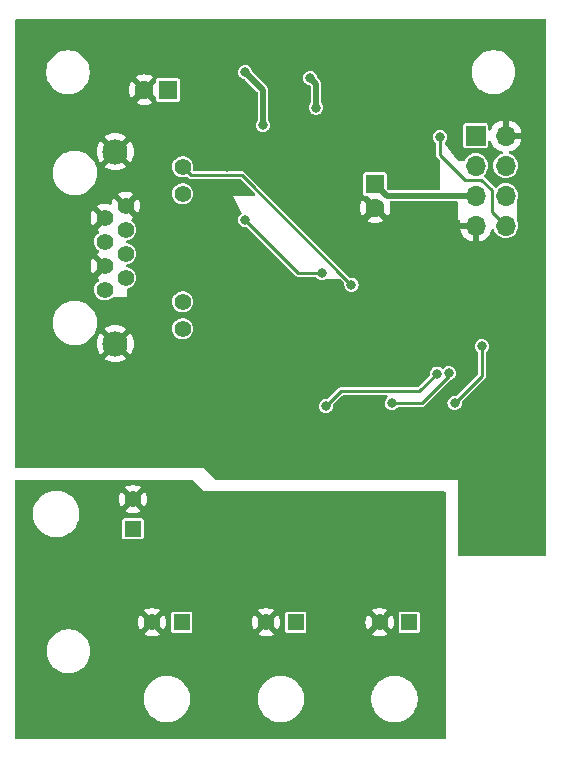
<source format=gbl>
G04 #@! TF.GenerationSoftware,KiCad,Pcbnew,8.0.8*
G04 #@! TF.CreationDate,2025-02-07T18:14:43+09:00*
G04 #@! TF.ProjectId,solenoid valve2020,736f6c65-6e6f-4696-9420-76616c766532,rev?*
G04 #@! TF.SameCoordinates,Original*
G04 #@! TF.FileFunction,Copper,L2,Bot*
G04 #@! TF.FilePolarity,Positive*
%FSLAX46Y46*%
G04 Gerber Fmt 4.6, Leading zero omitted, Abs format (unit mm)*
G04 Created by KiCad (PCBNEW 8.0.8) date 2025-02-07 18:14:43*
%MOMM*%
%LPD*%
G01*
G04 APERTURE LIST*
G04 #@! TA.AperFunction,ComponentPad*
%ADD10R,1.700000X1.700000*%
G04 #@! TD*
G04 #@! TA.AperFunction,ComponentPad*
%ADD11O,1.700000X1.700000*%
G04 #@! TD*
G04 #@! TA.AperFunction,ComponentPad*
%ADD12R,1.400000X1.400000*%
G04 #@! TD*
G04 #@! TA.AperFunction,ComponentPad*
%ADD13C,1.400000*%
G04 #@! TD*
G04 #@! TA.AperFunction,ComponentPad*
%ADD14R,1.600000X1.600000*%
G04 #@! TD*
G04 #@! TA.AperFunction,ComponentPad*
%ADD15C,1.600000*%
G04 #@! TD*
G04 #@! TA.AperFunction,ComponentPad*
%ADD16C,1.397000*%
G04 #@! TD*
G04 #@! TA.AperFunction,ComponentPad*
%ADD17C,2.133600*%
G04 #@! TD*
G04 #@! TA.AperFunction,ViaPad*
%ADD18C,0.800000*%
G04 #@! TD*
G04 #@! TA.AperFunction,Conductor*
%ADD19C,0.500000*%
G04 #@! TD*
G04 #@! TA.AperFunction,Conductor*
%ADD20C,0.250000*%
G04 #@! TD*
G04 APERTURE END LIST*
D10*
G04 #@! TO.P,JP1,1,1*
G04 #@! TO.N,/mcu/UART_RX*
X89519000Y-60380000D03*
D11*
G04 #@! TO.P,JP1,2,2*
G04 #@! TO.N,GNDIO*
X92059000Y-60380000D03*
G04 #@! TO.P,JP1,3,3*
G04 #@! TO.N,/mcu/UART_TX*
X89519000Y-62920000D03*
G04 #@! TO.P,JP1,4,4*
G04 #@! TO.N,/mcu/SWCLK*
X92059000Y-62920000D03*
G04 #@! TO.P,JP1,5,5*
G04 #@! TO.N,5V*
X89519000Y-65460000D03*
G04 #@! TO.P,JP1,6,6*
G04 #@! TO.N,/mcu/SWDIO*
X92059000Y-65460000D03*
G04 #@! TO.P,JP1,7,7*
G04 #@! TO.N,GNDIO*
X89519000Y-68000000D03*
G04 #@! TO.P,JP1,8,8*
G04 #@! TO.N,3v3*
X92059000Y-68000000D03*
G04 #@! TD*
D12*
G04 #@! TO.P,X0,1,1*
G04 #@! TO.N,Net-(D0-PadC)*
X64627000Y-101577000D03*
D13*
G04 #@! TO.P,X0,2,2*
G04 #@! TO.N,GND*
X62127000Y-101577000D03*
G04 #@! TD*
D14*
G04 #@! TO.P,C17,1,1*
G04 #@! TO.N,5V*
X81000000Y-64493000D03*
D15*
G04 #@! TO.P,C17,2,2*
G04 #@! TO.N,GNDIO*
X81000000Y-66493000D03*
G04 #@! TD*
D16*
G04 #@! TO.P,CN1,1,1*
G04 #@! TO.N,/can/CANH*
X58111000Y-73428000D03*
G04 #@! TO.P,CN1,2,2*
G04 #@! TO.N,/can/CANL*
X59889000Y-72412000D03*
G04 #@! TO.P,CN1,3,3*
G04 #@! TO.N,GNDIO*
X58111000Y-71396000D03*
G04 #@! TO.P,CN1,4,4*
G04 #@! TO.N,Net-(CN1-Pad4)*
X59889000Y-70380000D03*
G04 #@! TO.P,CN1,5,5*
X58111000Y-69364000D03*
G04 #@! TO.P,CN1,6,6*
G04 #@! TO.N,Net-(CN1-Pad6)*
X59889000Y-68348000D03*
G04 #@! TO.P,CN1,7,7*
G04 #@! TO.N,GNDIO*
X58111000Y-67332000D03*
G04 #@! TO.P,CN1,8,8*
X59889000Y-66316000D03*
G04 #@! TO.P,CN1,GA,A-G*
G04 #@! TO.N,+24V*
X64715000Y-74444000D03*
G04 #@! TO.P,CN1,GC,C-G*
G04 #@! TO.N,Net-(CN1-C-G)*
X64715000Y-76730000D03*
D17*
G04 #@! TO.P,CN1,M1,SHIELD*
G04 #@! TO.N,GNDIO*
X59000000Y-61744000D03*
G04 #@! TO.P,CN1,M2,SHIELD*
X59000000Y-78000000D03*
D16*
G04 #@! TO.P,CN1,YA,A-Y*
G04 #@! TO.N,LED_CAN*
X64715000Y-63014000D03*
G04 #@! TO.P,CN1,YC,C-Y*
G04 #@! TO.N,Net-(CN1-C-Y)*
X64715000Y-65300000D03*
G04 #@! TD*
D14*
G04 #@! TO.P,C14,1,1*
G04 #@! TO.N,+24V*
X63455113Y-56500000D03*
D15*
G04 #@! TO.P,C14,2,2*
G04 #@! TO.N,GNDIO*
X61455113Y-56500000D03*
G04 #@! TD*
D12*
G04 #@! TO.P,X2,1,1*
G04 #@! TO.N,Net-(D2-PadC)*
X83891000Y-101577000D03*
D13*
G04 #@! TO.P,X2,2,2*
G04 #@! TO.N,GND*
X81391000Y-101577000D03*
G04 #@! TD*
D12*
G04 #@! TO.P,X1,1,1*
G04 #@! TO.N,Net-(D1-PadC)*
X74279000Y-101577000D03*
D13*
G04 #@! TO.P,X1,2,2*
G04 #@! TO.N,GND*
X71779000Y-101577000D03*
G04 #@! TD*
D12*
G04 #@! TO.P,X3,1,1*
G04 #@! TO.N,VCC*
X60500000Y-93663000D03*
D13*
G04 #@! TO.P,X3,2,2*
G04 #@! TO.N,GND*
X60500000Y-91163000D03*
G04 #@! TD*
D18*
G04 #@! TO.N,GNDIO*
X65000000Y-52000000D03*
X93500000Y-75500000D03*
X77778287Y-70752981D03*
X52500000Y-60000000D03*
X93000000Y-80500000D03*
X79500000Y-78000000D03*
X88000000Y-84500000D03*
X95000000Y-87500000D03*
X52500000Y-79000000D03*
X82500000Y-84500000D03*
X52500000Y-52000000D03*
X70500000Y-71500000D03*
X92500000Y-85500000D03*
X68500000Y-63000000D03*
X72500000Y-64000000D03*
X55500000Y-85500000D03*
X62000000Y-87000000D03*
X83000000Y-81000000D03*
X78000000Y-63500000D03*
X70500000Y-82500000D03*
X88000000Y-57000000D03*
X87500000Y-88000000D03*
X74500000Y-53000000D03*
X81500000Y-51500000D03*
X66500000Y-87000000D03*
X94000000Y-52500000D03*
X92000000Y-94500000D03*
X81000000Y-54500000D03*
X83500000Y-63000000D03*
X94000000Y-57000000D03*
X89500000Y-94500000D03*
X69000000Y-75000000D03*
X83500000Y-51500000D03*
X52500000Y-74500000D03*
X85500000Y-84500000D03*
X94500000Y-64000000D03*
X67500000Y-70500000D03*
X73500000Y-82000000D03*
X63000000Y-78000000D03*
X52500000Y-70000000D03*
X75000000Y-73500000D03*
X80000000Y-84500000D03*
X88000000Y-52500000D03*
X67000000Y-68000000D03*
X67500000Y-60500000D03*
X72500000Y-72500000D03*
X52500000Y-65000000D03*
X94500000Y-94500000D03*
X55500000Y-81500000D03*
X90500000Y-70000000D03*
X62000000Y-71000000D03*
X59000000Y-52000000D03*
X73000000Y-89000000D03*
X79000000Y-89000000D03*
X76500000Y-76500000D03*
X90000000Y-85000000D03*
G04 #@! TO.N,Net-(U6-TC)*
X76000000Y-58000000D03*
X75500000Y-55500000D03*
G04 #@! TO.N,3v3*
X86500000Y-60500000D03*
G04 #@! TO.N,SOLV0*
X86217000Y-80532000D03*
X76819000Y-83289000D03*
G04 #@! TO.N,SOLV1*
X87233000Y-80495000D03*
X82407000Y-83035000D03*
G04 #@! TO.N,SOLV2*
X90027000Y-78209000D03*
X87736347Y-83039653D03*
G04 #@! TO.N,~{EMS}*
X76500000Y-72000000D03*
X70000000Y-67500000D03*
G04 #@! TO.N,Net-(U6-FB)*
X71500000Y-59500000D03*
X70000000Y-55000000D03*
G04 #@! TO.N,LED_CAN*
X79000000Y-73000000D03*
G04 #@! TO.N,GND*
X68000000Y-110000000D03*
X56500000Y-109500000D03*
X81500000Y-93000000D03*
X66500000Y-91500000D03*
X68000000Y-106500000D03*
X70000000Y-93000000D03*
X85500000Y-102500000D03*
X75500000Y-97500000D03*
X77500000Y-106500000D03*
X85000000Y-91000000D03*
X68500000Y-95500000D03*
X81500000Y-97500000D03*
X55000000Y-98000000D03*
X66500000Y-97500000D03*
X51500000Y-90500000D03*
X77500000Y-110000000D03*
X86000000Y-92000000D03*
X62500000Y-97500000D03*
X68000000Y-103000000D03*
X77500000Y-103000000D03*
X85500000Y-110000000D03*
X57000000Y-100000000D03*
X85500000Y-106500000D03*
X64000000Y-91500000D03*
X54500000Y-107000000D03*
X53000000Y-96000000D03*
X53000000Y-100000000D03*
X52500000Y-109500000D03*
X75500000Y-93000000D03*
X57000000Y-96000000D03*
G04 #@! TD*
D19*
G04 #@! TO.N,Net-(U6-TC)*
X76000000Y-58000000D02*
X76000000Y-56000000D01*
X76000000Y-56000000D02*
X75500000Y-55500000D01*
G04 #@! TO.N,5V*
X89519000Y-65460000D02*
X81967000Y-65460000D01*
X81967000Y-65460000D02*
X81000000Y-64493000D01*
D20*
G04 #@! TO.N,3v3*
X90884000Y-64973299D02*
X90005701Y-64095000D01*
X88595000Y-64095000D02*
X86500000Y-62000000D01*
X92059000Y-68000000D02*
X90884000Y-66825000D01*
X90005701Y-64095000D02*
X88595000Y-64095000D01*
X86500000Y-62000000D02*
X86500000Y-60500000D01*
X90884000Y-66825000D02*
X90884000Y-64973299D01*
G04 #@! TO.N,SOLV0*
X84730000Y-82019000D02*
X78089000Y-82019000D01*
X86217000Y-80532000D02*
X84730000Y-82019000D01*
X78089000Y-82019000D02*
X76819000Y-83289000D01*
G04 #@! TO.N,SOLV1*
X87233000Y-80495000D02*
X87233000Y-80749000D01*
X84947000Y-83035000D02*
X82407000Y-83035000D01*
X87233000Y-80749000D02*
X84947000Y-83035000D01*
X87233000Y-80495000D02*
X87279305Y-80541305D01*
G04 #@! TO.N,SOLV2*
X87736347Y-83039653D02*
X90027000Y-80749000D01*
X90027000Y-80749000D02*
X90027000Y-78209000D01*
G04 #@! TO.N,~{EMS}*
X76500000Y-72000000D02*
X74500000Y-72000000D01*
X74500000Y-72000000D02*
X70000000Y-67500000D01*
D19*
G04 #@! TO.N,Net-(U6-FB)*
X71500000Y-59500000D02*
X71500000Y-56500000D01*
X71500000Y-56500000D02*
X70000000Y-55000000D01*
D20*
G04 #@! TO.N,LED_CAN*
X64715000Y-63014000D02*
X65426000Y-63725000D01*
X69725000Y-63725000D02*
X79000000Y-73000000D01*
X65426000Y-63725000D02*
X69725000Y-63725000D01*
G04 #@! TD*
G04 #@! TA.AperFunction,Conductor*
G04 #@! TO.N,GNDIO*
G36*
X95443039Y-50519685D02*
G01*
X95488794Y-50572489D01*
X95500000Y-50624000D01*
X95500000Y-95876000D01*
X95480315Y-95943039D01*
X95427511Y-95988794D01*
X95376000Y-96000000D01*
X88124000Y-96000000D01*
X88056961Y-95980315D01*
X88011206Y-95927511D01*
X88000000Y-95876000D01*
X88000000Y-89500000D01*
X67551362Y-89500000D01*
X67484323Y-89480315D01*
X67463681Y-89463681D01*
X66500000Y-88500000D01*
X50624000Y-88500000D01*
X50556961Y-88480315D01*
X50511206Y-88427511D01*
X50500000Y-88376000D01*
X50500000Y-83288998D01*
X76213318Y-83288998D01*
X76213318Y-83289001D01*
X76233955Y-83445760D01*
X76233956Y-83445762D01*
X76294464Y-83591841D01*
X76390718Y-83717282D01*
X76516159Y-83813536D01*
X76662238Y-83874044D01*
X76740619Y-83884363D01*
X76818999Y-83894682D01*
X76819000Y-83894682D01*
X76819001Y-83894682D01*
X76871254Y-83887802D01*
X76975762Y-83874044D01*
X77121841Y-83813536D01*
X77247282Y-83717282D01*
X77343536Y-83591841D01*
X77404044Y-83445762D01*
X77424682Y-83289000D01*
X77415753Y-83221181D01*
X77426518Y-83152146D01*
X77451008Y-83117317D01*
X78187508Y-82380819D01*
X78248831Y-82347334D01*
X78275189Y-82344500D01*
X81955155Y-82344500D01*
X82022194Y-82364185D01*
X82067949Y-82416989D01*
X82077893Y-82486147D01*
X82048868Y-82549703D01*
X82030645Y-82566872D01*
X81978718Y-82606718D01*
X81882463Y-82732160D01*
X81821956Y-82878237D01*
X81821955Y-82878239D01*
X81801318Y-83034998D01*
X81801318Y-83035001D01*
X81821955Y-83191760D01*
X81821956Y-83191762D01*
X81862232Y-83288998D01*
X81882464Y-83337841D01*
X81978718Y-83463282D01*
X82104159Y-83559536D01*
X82250238Y-83620044D01*
X82328619Y-83630363D01*
X82406999Y-83640682D01*
X82407000Y-83640682D01*
X82407001Y-83640682D01*
X82459254Y-83633802D01*
X82563762Y-83620044D01*
X82709841Y-83559536D01*
X82835282Y-83463282D01*
X82876923Y-83409013D01*
X82933351Y-83367811D01*
X82975299Y-83360500D01*
X84989851Y-83360500D01*
X84989853Y-83360500D01*
X85072639Y-83338318D01*
X85146862Y-83295465D01*
X85402676Y-83039651D01*
X87130665Y-83039651D01*
X87130665Y-83039654D01*
X87151302Y-83196413D01*
X87151303Y-83196415D01*
X87209883Y-83337841D01*
X87211811Y-83342494D01*
X87308065Y-83467935D01*
X87433506Y-83564189D01*
X87579585Y-83624697D01*
X87657966Y-83635016D01*
X87736346Y-83645335D01*
X87736347Y-83645335D01*
X87736348Y-83645335D01*
X87788601Y-83638455D01*
X87893109Y-83624697D01*
X88039188Y-83564189D01*
X88164629Y-83467935D01*
X88260883Y-83342494D01*
X88321391Y-83196415D01*
X88342029Y-83039653D01*
X88341416Y-83035000D01*
X88333100Y-82971833D01*
X88343865Y-82902798D01*
X88368355Y-82867969D01*
X90216652Y-81019673D01*
X90216657Y-81019669D01*
X90226860Y-81009465D01*
X90226862Y-81009465D01*
X90287465Y-80948862D01*
X90330318Y-80874638D01*
X90332417Y-80866805D01*
X90352501Y-80791852D01*
X90352501Y-80706147D01*
X90352501Y-80698552D01*
X90352500Y-80698534D01*
X90352500Y-78777298D01*
X90372185Y-78710259D01*
X90401010Y-78678925D01*
X90455282Y-78637282D01*
X90551536Y-78511841D01*
X90612044Y-78365762D01*
X90632682Y-78209000D01*
X90612044Y-78052238D01*
X90551536Y-77906159D01*
X90455282Y-77780718D01*
X90329841Y-77684464D01*
X90183762Y-77623956D01*
X90183760Y-77623955D01*
X90027001Y-77603318D01*
X90026999Y-77603318D01*
X89870239Y-77623955D01*
X89870237Y-77623956D01*
X89724160Y-77684463D01*
X89598718Y-77780718D01*
X89502463Y-77906160D01*
X89441956Y-78052237D01*
X89441955Y-78052239D01*
X89421318Y-78208998D01*
X89421318Y-78209001D01*
X89441955Y-78365760D01*
X89441956Y-78365762D01*
X89502464Y-78511841D01*
X89598718Y-78637282D01*
X89652987Y-78678924D01*
X89694189Y-78735349D01*
X89701500Y-78777298D01*
X89701500Y-80562811D01*
X89681815Y-80629850D01*
X89665181Y-80650492D01*
X87908031Y-82407641D01*
X87846708Y-82441126D01*
X87804165Y-82442899D01*
X87736348Y-82433971D01*
X87736346Y-82433971D01*
X87579586Y-82454608D01*
X87579584Y-82454609D01*
X87433507Y-82515116D01*
X87308065Y-82611371D01*
X87211810Y-82736813D01*
X87151303Y-82882890D01*
X87151302Y-82882892D01*
X87130665Y-83039651D01*
X85402676Y-83039651D01*
X87328731Y-81113594D01*
X87384322Y-81081501D01*
X87389754Y-81080044D01*
X87389762Y-81080044D01*
X87535841Y-81019536D01*
X87661282Y-80923282D01*
X87757536Y-80797841D01*
X87818044Y-80651762D01*
X87838682Y-80495000D01*
X87818044Y-80338238D01*
X87757536Y-80192159D01*
X87661282Y-80066718D01*
X87535841Y-79970464D01*
X87479085Y-79946955D01*
X87389762Y-79909956D01*
X87389760Y-79909955D01*
X87233001Y-79889318D01*
X87232999Y-79889318D01*
X87076239Y-79909955D01*
X87076237Y-79909956D01*
X86930160Y-79970463D01*
X86804713Y-80066722D01*
X86803245Y-80068636D01*
X86801593Y-80069841D01*
X86798967Y-80072468D01*
X86798557Y-80072058D01*
X86746816Y-80109836D01*
X86677069Y-80113988D01*
X86629387Y-80091521D01*
X86519842Y-80007464D01*
X86373762Y-79946956D01*
X86373760Y-79946955D01*
X86217001Y-79926318D01*
X86216999Y-79926318D01*
X86060239Y-79946955D01*
X86060237Y-79946956D01*
X85914160Y-80007463D01*
X85788718Y-80103718D01*
X85692463Y-80229160D01*
X85631956Y-80375237D01*
X85631955Y-80375239D01*
X85611318Y-80531998D01*
X85611318Y-80532001D01*
X85620246Y-80599818D01*
X85609480Y-80668853D01*
X85584988Y-80703684D01*
X84631492Y-81657181D01*
X84570169Y-81690666D01*
X84543811Y-81693500D01*
X78046147Y-81693500D01*
X77963359Y-81715682D01*
X77889138Y-81758535D01*
X77889135Y-81758537D01*
X76990683Y-82656988D01*
X76929360Y-82690473D01*
X76886817Y-82692246D01*
X76819001Y-82683318D01*
X76818999Y-82683318D01*
X76662239Y-82703955D01*
X76662237Y-82703956D01*
X76516160Y-82764463D01*
X76390718Y-82860718D01*
X76294463Y-82986160D01*
X76233956Y-83132237D01*
X76233955Y-83132239D01*
X76213318Y-83288998D01*
X50500000Y-83288998D01*
X50500000Y-76099026D01*
X53694900Y-76099026D01*
X53694900Y-76344973D01*
X53727000Y-76588791D01*
X53790654Y-76826350D01*
X53884765Y-77053554D01*
X53884767Y-77053558D01*
X54007733Y-77266541D01*
X54007736Y-77266546D01*
X54007738Y-77266548D01*
X54157445Y-77461651D01*
X54157451Y-77461658D01*
X54331341Y-77635548D01*
X54331348Y-77635554D01*
X54526451Y-77785261D01*
X54526459Y-77785267D01*
X54739442Y-77908233D01*
X54966654Y-78002347D01*
X55204206Y-78065999D01*
X55448034Y-78098100D01*
X55448041Y-78098100D01*
X55693959Y-78098100D01*
X55693966Y-78098100D01*
X55937794Y-78065999D01*
X56175346Y-78002347D01*
X56181012Y-78000000D01*
X57428355Y-78000000D01*
X57447705Y-78245862D01*
X57505276Y-78485664D01*
X57599653Y-78713512D01*
X57726287Y-78920159D01*
X58274356Y-78372089D01*
X58279706Y-78385005D01*
X58368657Y-78518130D01*
X58481870Y-78631343D01*
X58614995Y-78720294D01*
X58627908Y-78725643D01*
X58079839Y-79273711D01*
X58286487Y-79400346D01*
X58514335Y-79494723D01*
X58754137Y-79552294D01*
X59000000Y-79571644D01*
X59245862Y-79552294D01*
X59485664Y-79494723D01*
X59713512Y-79400346D01*
X59920159Y-79273711D01*
X59372090Y-78725643D01*
X59385005Y-78720294D01*
X59518130Y-78631343D01*
X59631343Y-78518130D01*
X59720294Y-78385005D01*
X59725643Y-78372090D01*
X60273711Y-78920159D01*
X60400346Y-78713512D01*
X60494723Y-78485664D01*
X60552294Y-78245862D01*
X60571644Y-78000000D01*
X60552294Y-77754137D01*
X60494723Y-77514335D01*
X60400346Y-77286487D01*
X60273711Y-77079839D01*
X59725642Y-77627908D01*
X59720294Y-77614995D01*
X59631343Y-77481870D01*
X59518130Y-77368657D01*
X59385005Y-77279706D01*
X59372089Y-77274356D01*
X59916446Y-76730000D01*
X63811048Y-76730000D01*
X63830802Y-76917943D01*
X63830803Y-76917946D01*
X63889199Y-77097671D01*
X63889200Y-77097673D01*
X63983684Y-77261326D01*
X63983685Y-77261328D01*
X63983687Y-77261330D01*
X64110138Y-77401767D01*
X64110141Y-77401769D01*
X64263019Y-77512842D01*
X64263020Y-77512842D01*
X64263024Y-77512845D01*
X64403817Y-77575530D01*
X64435658Y-77589707D01*
X64435663Y-77589709D01*
X64620511Y-77629000D01*
X64809489Y-77629000D01*
X64994337Y-77589709D01*
X65166976Y-77512845D01*
X65319862Y-77401767D01*
X65446313Y-77261330D01*
X65540801Y-77097670D01*
X65599198Y-76917942D01*
X65618952Y-76730000D01*
X65599198Y-76542058D01*
X65540801Y-76362330D01*
X65446313Y-76198670D01*
X65319862Y-76058233D01*
X65319858Y-76058230D01*
X65166980Y-75947157D01*
X65166977Y-75947155D01*
X65166976Y-75947155D01*
X65104289Y-75919245D01*
X64994341Y-75870292D01*
X64994336Y-75870290D01*
X64809489Y-75831000D01*
X64620511Y-75831000D01*
X64435663Y-75870290D01*
X64435658Y-75870292D01*
X64263024Y-75947155D01*
X64263019Y-75947157D01*
X64110141Y-76058230D01*
X63983684Y-76198673D01*
X63889200Y-76362326D01*
X63889199Y-76362328D01*
X63830803Y-76542053D01*
X63830802Y-76542056D01*
X63811048Y-76730000D01*
X59916446Y-76730000D01*
X59920159Y-76726287D01*
X59713512Y-76599653D01*
X59485664Y-76505276D01*
X59245862Y-76447705D01*
X59000000Y-76428355D01*
X58754137Y-76447705D01*
X58514335Y-76505276D01*
X58286495Y-76599650D01*
X58286490Y-76599653D01*
X58079839Y-76726287D01*
X58627909Y-77274356D01*
X58614995Y-77279706D01*
X58481870Y-77368657D01*
X58368657Y-77481870D01*
X58279706Y-77614995D01*
X58274356Y-77627909D01*
X57726287Y-77079839D01*
X57599653Y-77286490D01*
X57599650Y-77286495D01*
X57505276Y-77514335D01*
X57447705Y-77754137D01*
X57428355Y-78000000D01*
X56181012Y-78000000D01*
X56402558Y-77908233D01*
X56615541Y-77785267D01*
X56810653Y-77635553D01*
X56984553Y-77461653D01*
X57134267Y-77266541D01*
X57257233Y-77053558D01*
X57351347Y-76826346D01*
X57414999Y-76588794D01*
X57447100Y-76344966D01*
X57447100Y-76099034D01*
X57414999Y-75855206D01*
X57351347Y-75617654D01*
X57257233Y-75390442D01*
X57134267Y-75177459D01*
X56984553Y-74982347D01*
X56984548Y-74982341D01*
X56810658Y-74808451D01*
X56810651Y-74808445D01*
X56615548Y-74658738D01*
X56615546Y-74658736D01*
X56615541Y-74658733D01*
X56402558Y-74535767D01*
X56402554Y-74535765D01*
X56181014Y-74444000D01*
X63811048Y-74444000D01*
X63830802Y-74631943D01*
X63830803Y-74631946D01*
X63889199Y-74811671D01*
X63889200Y-74811673D01*
X63983684Y-74975326D01*
X63983685Y-74975328D01*
X63983687Y-74975330D01*
X64110138Y-75115767D01*
X64110141Y-75115769D01*
X64263019Y-75226842D01*
X64263020Y-75226842D01*
X64263024Y-75226845D01*
X64403817Y-75289530D01*
X64435658Y-75303707D01*
X64435663Y-75303709D01*
X64620511Y-75343000D01*
X64809489Y-75343000D01*
X64994337Y-75303709D01*
X65166976Y-75226845D01*
X65319862Y-75115767D01*
X65446313Y-74975330D01*
X65540801Y-74811670D01*
X65599198Y-74631942D01*
X65618952Y-74444000D01*
X65599198Y-74256058D01*
X65540801Y-74076330D01*
X65496732Y-74000000D01*
X65446315Y-73912673D01*
X65446314Y-73912672D01*
X65446313Y-73912670D01*
X65319862Y-73772233D01*
X65319858Y-73772230D01*
X65166980Y-73661157D01*
X65166977Y-73661155D01*
X65166976Y-73661155D01*
X65104289Y-73633245D01*
X64994341Y-73584292D01*
X64994336Y-73584290D01*
X64809489Y-73545000D01*
X64620511Y-73545000D01*
X64435663Y-73584290D01*
X64435658Y-73584292D01*
X64263024Y-73661155D01*
X64263019Y-73661157D01*
X64110141Y-73772230D01*
X64110138Y-73772232D01*
X64110138Y-73772233D01*
X64046912Y-73842451D01*
X63983684Y-73912673D01*
X63889200Y-74076326D01*
X63889199Y-74076328D01*
X63830803Y-74256053D01*
X63830802Y-74256056D01*
X63811048Y-74444000D01*
X56181014Y-74444000D01*
X56175350Y-74441654D01*
X55937791Y-74378000D01*
X55693973Y-74345900D01*
X55693966Y-74345900D01*
X55448034Y-74345900D01*
X55448026Y-74345900D01*
X55204208Y-74378000D01*
X54966649Y-74441654D01*
X54739445Y-74535765D01*
X54739441Y-74535767D01*
X54611152Y-74609835D01*
X54526459Y-74658733D01*
X54526456Y-74658734D01*
X54526451Y-74658738D01*
X54331348Y-74808445D01*
X54331341Y-74808451D01*
X54157451Y-74982341D01*
X54157445Y-74982348D01*
X54007738Y-75177451D01*
X53884767Y-75390441D01*
X53884765Y-75390445D01*
X53790654Y-75617649D01*
X53727000Y-75855208D01*
X53694900Y-76099026D01*
X50500000Y-76099026D01*
X50500000Y-67331999D01*
X56907366Y-67331999D01*
X56907366Y-67332000D01*
X56927859Y-67553166D01*
X56927860Y-67553168D01*
X56988643Y-67766798D01*
X56988649Y-67766813D01*
X57087646Y-67965626D01*
X57087651Y-67965634D01*
X57103209Y-67986235D01*
X57673352Y-67416093D01*
X57696792Y-67503571D01*
X57755311Y-67604930D01*
X57838070Y-67687689D01*
X57939429Y-67746208D01*
X58026904Y-67769647D01*
X57458761Y-68337790D01*
X57458762Y-68337791D01*
X57574490Y-68409447D01*
X57579631Y-68412007D01*
X57578731Y-68413813D01*
X57626991Y-68450896D01*
X57650582Y-68516662D01*
X57634872Y-68584743D01*
X57599682Y-68624269D01*
X57506139Y-68692232D01*
X57379684Y-68832673D01*
X57285200Y-68996326D01*
X57285199Y-68996328D01*
X57226803Y-69176053D01*
X57226802Y-69176056D01*
X57207048Y-69364000D01*
X57226802Y-69551943D01*
X57226803Y-69551946D01*
X57285199Y-69731671D01*
X57285200Y-69731673D01*
X57379684Y-69895326D01*
X57379685Y-69895328D01*
X57379687Y-69895330D01*
X57506138Y-70035767D01*
X57506141Y-70035769D01*
X57599681Y-70103730D01*
X57642347Y-70159060D01*
X57648326Y-70228673D01*
X57615720Y-70290468D01*
X57579018Y-70314771D01*
X57579628Y-70315995D01*
X57574496Y-70318550D01*
X57458761Y-70390208D01*
X58026905Y-70958352D01*
X57939429Y-70981792D01*
X57838070Y-71040311D01*
X57755311Y-71123070D01*
X57696792Y-71224429D01*
X57673352Y-71311905D01*
X57103210Y-70741762D01*
X57087651Y-70762367D01*
X57087646Y-70762374D01*
X56988649Y-70961186D01*
X56988643Y-70961201D01*
X56927860Y-71174831D01*
X56927859Y-71174833D01*
X56907366Y-71395999D01*
X56907366Y-71396000D01*
X56927859Y-71617166D01*
X56927860Y-71617168D01*
X56988643Y-71830798D01*
X56988649Y-71830813D01*
X57087646Y-72029626D01*
X57087651Y-72029634D01*
X57103209Y-72050235D01*
X57673352Y-71480093D01*
X57696792Y-71567571D01*
X57755311Y-71668930D01*
X57838070Y-71751689D01*
X57939429Y-71810208D01*
X58026904Y-71833647D01*
X57458761Y-72401790D01*
X57458762Y-72401791D01*
X57574490Y-72473447D01*
X57579631Y-72476007D01*
X57578731Y-72477813D01*
X57626991Y-72514896D01*
X57650582Y-72580662D01*
X57634872Y-72648743D01*
X57599682Y-72688269D01*
X57506139Y-72756232D01*
X57379684Y-72896673D01*
X57285200Y-73060326D01*
X57285199Y-73060328D01*
X57226803Y-73240053D01*
X57226802Y-73240056D01*
X57207048Y-73428000D01*
X57226802Y-73615943D01*
X57226803Y-73615946D01*
X57285199Y-73795671D01*
X57285200Y-73795673D01*
X57379684Y-73959326D01*
X57379685Y-73959328D01*
X57379687Y-73959330D01*
X57506138Y-74099767D01*
X57506141Y-74099769D01*
X57659019Y-74210842D01*
X57659020Y-74210842D01*
X57659024Y-74210845D01*
X57760574Y-74256058D01*
X57831658Y-74287707D01*
X57831663Y-74287709D01*
X58016511Y-74327000D01*
X58205489Y-74327000D01*
X58390337Y-74287709D01*
X58562976Y-74210845D01*
X58715862Y-74099767D01*
X58768751Y-74041027D01*
X58828238Y-74004379D01*
X58860901Y-74000000D01*
X60000000Y-74000000D01*
X60000000Y-73407903D01*
X60019685Y-73340864D01*
X60072489Y-73295109D01*
X60098219Y-73286613D01*
X60102780Y-73285643D01*
X60168337Y-73271709D01*
X60340976Y-73194845D01*
X60493862Y-73083767D01*
X60620313Y-72943330D01*
X60714801Y-72779670D01*
X60773198Y-72599942D01*
X60792952Y-72412000D01*
X60773198Y-72224058D01*
X60714801Y-72044330D01*
X60706316Y-72029634D01*
X60620315Y-71880673D01*
X60620314Y-71880672D01*
X60620313Y-71880670D01*
X60493862Y-71740233D01*
X60493858Y-71740230D01*
X60340980Y-71629157D01*
X60340977Y-71629155D01*
X60340976Y-71629155D01*
X60252031Y-71589554D01*
X60168341Y-71552292D01*
X60168336Y-71552290D01*
X60029402Y-71522759D01*
X60003670Y-71517289D01*
X59942189Y-71484098D01*
X59908413Y-71422935D01*
X59913065Y-71353220D01*
X59954670Y-71297088D01*
X60003670Y-71274710D01*
X60168337Y-71239709D01*
X60340976Y-71162845D01*
X60493862Y-71051767D01*
X60620313Y-70911330D01*
X60714801Y-70747670D01*
X60773198Y-70567942D01*
X60792952Y-70380000D01*
X60773198Y-70192058D01*
X60714801Y-70012330D01*
X60620313Y-69848670D01*
X60493862Y-69708233D01*
X60493858Y-69708230D01*
X60340980Y-69597157D01*
X60340977Y-69597155D01*
X60340976Y-69597155D01*
X60278289Y-69569245D01*
X60168341Y-69520292D01*
X60168336Y-69520290D01*
X60029402Y-69490759D01*
X60003670Y-69485289D01*
X59942189Y-69452098D01*
X59908413Y-69390935D01*
X59913065Y-69321220D01*
X59954670Y-69265088D01*
X60003670Y-69242710D01*
X60168337Y-69207709D01*
X60340976Y-69130845D01*
X60493862Y-69019767D01*
X60620313Y-68879330D01*
X60714801Y-68715670D01*
X60773198Y-68535942D01*
X60792952Y-68348000D01*
X60773198Y-68160058D01*
X60714801Y-67980330D01*
X60706316Y-67965634D01*
X60620315Y-67816673D01*
X60620314Y-67816672D01*
X60620313Y-67816670D01*
X60493862Y-67676233D01*
X60493858Y-67676230D01*
X60400318Y-67608269D01*
X60357652Y-67552939D01*
X60351673Y-67483326D01*
X60384279Y-67421531D01*
X60420987Y-67397239D01*
X60420373Y-67396005D01*
X60425506Y-67393448D01*
X60541237Y-67321790D01*
X59973093Y-66753647D01*
X60060571Y-66730208D01*
X60161930Y-66671689D01*
X60244689Y-66588930D01*
X60303208Y-66487571D01*
X60326647Y-66400094D01*
X60896788Y-66970235D01*
X60896789Y-66970235D01*
X60912349Y-66949632D01*
X60912350Y-66949629D01*
X61011350Y-66750813D01*
X61011356Y-66750798D01*
X61072139Y-66537168D01*
X61072140Y-66537166D01*
X61092634Y-66316000D01*
X61092634Y-66315999D01*
X61072140Y-66094833D01*
X61072139Y-66094831D01*
X61011356Y-65881201D01*
X61011350Y-65881186D01*
X60912351Y-65682370D01*
X60912349Y-65682367D01*
X60896788Y-65661762D01*
X60326647Y-66231904D01*
X60303208Y-66144429D01*
X60244689Y-66043070D01*
X60161930Y-65960311D01*
X60060571Y-65901792D01*
X59973094Y-65878352D01*
X60541237Y-65310208D01*
X60541236Y-65310207D01*
X60524751Y-65300000D01*
X63811048Y-65300000D01*
X63830802Y-65487943D01*
X63830803Y-65487946D01*
X63889199Y-65667671D01*
X63889200Y-65667673D01*
X63983684Y-65831326D01*
X63983685Y-65831328D01*
X63983687Y-65831330D01*
X64110138Y-65971767D01*
X64110141Y-65971769D01*
X64263019Y-66082842D01*
X64263020Y-66082842D01*
X64263024Y-66082845D01*
X64376797Y-66133500D01*
X64435658Y-66159707D01*
X64435663Y-66159709D01*
X64620511Y-66199000D01*
X64809489Y-66199000D01*
X64994337Y-66159709D01*
X65166976Y-66082845D01*
X65319862Y-65971767D01*
X65446313Y-65831330D01*
X65540801Y-65667670D01*
X65599198Y-65487942D01*
X65618952Y-65300000D01*
X65599198Y-65112058D01*
X65540801Y-64932330D01*
X65448454Y-64772379D01*
X65446315Y-64768673D01*
X65446314Y-64768672D01*
X65446313Y-64768670D01*
X65319862Y-64628233D01*
X65319858Y-64628230D01*
X65166980Y-64517157D01*
X65166977Y-64517155D01*
X65166976Y-64517155D01*
X65094234Y-64484768D01*
X64994341Y-64440292D01*
X64994336Y-64440290D01*
X64809489Y-64401000D01*
X64620511Y-64401000D01*
X64435663Y-64440290D01*
X64435658Y-64440292D01*
X64263024Y-64517155D01*
X64263019Y-64517157D01*
X64110141Y-64628230D01*
X63983684Y-64768673D01*
X63889200Y-64932326D01*
X63889199Y-64932328D01*
X63830803Y-65112053D01*
X63830802Y-65112056D01*
X63811048Y-65300000D01*
X60524751Y-65300000D01*
X60425509Y-65238552D01*
X60425503Y-65238549D01*
X60218392Y-65158315D01*
X60000055Y-65117500D01*
X59777945Y-65117500D01*
X59559607Y-65158315D01*
X59352495Y-65238550D01*
X59236761Y-65310208D01*
X59804906Y-65878352D01*
X59717429Y-65901792D01*
X59616070Y-65960311D01*
X59533311Y-66043070D01*
X59474792Y-66144429D01*
X59451352Y-66231905D01*
X58881210Y-65661762D01*
X58865651Y-65682367D01*
X58865646Y-65682374D01*
X58766649Y-65881186D01*
X58766643Y-65881201D01*
X58705860Y-66094831D01*
X58705860Y-66094832D01*
X58704701Y-66107339D01*
X58678913Y-66172276D01*
X58622112Y-66212962D01*
X58552331Y-66216480D01*
X58536436Y-66211522D01*
X58440392Y-66174315D01*
X58222055Y-66133500D01*
X57999945Y-66133500D01*
X57781607Y-66174315D01*
X57574495Y-66254550D01*
X57458761Y-66326208D01*
X58026905Y-66894352D01*
X57939429Y-66917792D01*
X57838070Y-66976311D01*
X57755311Y-67059070D01*
X57696792Y-67160429D01*
X57673352Y-67247905D01*
X57103210Y-66677762D01*
X57087651Y-66698367D01*
X57087646Y-66698374D01*
X56988649Y-66897186D01*
X56988643Y-66897201D01*
X56927860Y-67110831D01*
X56927859Y-67110833D01*
X56907366Y-67331999D01*
X50500000Y-67331999D01*
X50500000Y-63399026D01*
X53694900Y-63399026D01*
X53694900Y-63644973D01*
X53727000Y-63888791D01*
X53790654Y-64126350D01*
X53884765Y-64353554D01*
X53884767Y-64353558D01*
X54007733Y-64566541D01*
X54007736Y-64566546D01*
X54007738Y-64566548D01*
X54157445Y-64761651D01*
X54157451Y-64761658D01*
X54331341Y-64935548D01*
X54331348Y-64935554D01*
X54380385Y-64973181D01*
X54526459Y-65085267D01*
X54739442Y-65208233D01*
X54966654Y-65302347D01*
X55204206Y-65365999D01*
X55448034Y-65398100D01*
X55448041Y-65398100D01*
X55693959Y-65398100D01*
X55693966Y-65398100D01*
X55937794Y-65365999D01*
X56175346Y-65302347D01*
X56402558Y-65208233D01*
X56615541Y-65085267D01*
X56810653Y-64935553D01*
X56984553Y-64761653D01*
X57134267Y-64566541D01*
X57257233Y-64353558D01*
X57351347Y-64126346D01*
X57414999Y-63888794D01*
X57447100Y-63644966D01*
X57447100Y-63399034D01*
X57414999Y-63155206D01*
X57351347Y-62917654D01*
X57257233Y-62690442D01*
X57134267Y-62477459D01*
X57113504Y-62450400D01*
X56984554Y-62282348D01*
X56984548Y-62282341D01*
X56810658Y-62108451D01*
X56810651Y-62108445D01*
X56615548Y-61958738D01*
X56615546Y-61958736D01*
X56615541Y-61958733D01*
X56402558Y-61835767D01*
X56402554Y-61835765D01*
X56181014Y-61744000D01*
X57428355Y-61744000D01*
X57447705Y-61989862D01*
X57505276Y-62229664D01*
X57599653Y-62457512D01*
X57726287Y-62664159D01*
X58274356Y-62116089D01*
X58279706Y-62129005D01*
X58368657Y-62262130D01*
X58481870Y-62375343D01*
X58614995Y-62464294D01*
X58627908Y-62469643D01*
X58079839Y-63017711D01*
X58286487Y-63144346D01*
X58514335Y-63238723D01*
X58754137Y-63296294D01*
X59000000Y-63315644D01*
X59245862Y-63296294D01*
X59485664Y-63238723D01*
X59713512Y-63144346D01*
X59920159Y-63017711D01*
X59916448Y-63014000D01*
X63811048Y-63014000D01*
X63830802Y-63201943D01*
X63830803Y-63201946D01*
X63889199Y-63381671D01*
X63889200Y-63381673D01*
X63983684Y-63545326D01*
X63983685Y-63545328D01*
X63983687Y-63545330D01*
X64110138Y-63685767D01*
X64110141Y-63685769D01*
X64263019Y-63796842D01*
X64263020Y-63796842D01*
X64263024Y-63796845D01*
X64403817Y-63859530D01*
X64435658Y-63873707D01*
X64435661Y-63873708D01*
X64435663Y-63873709D01*
X64620511Y-63913000D01*
X64809489Y-63913000D01*
X64994337Y-63873709D01*
X64999534Y-63871394D01*
X65068783Y-63862103D01*
X65132063Y-63891725D01*
X65137662Y-63896988D01*
X65161194Y-63920520D01*
X65161204Y-63920531D01*
X65165534Y-63924861D01*
X65165535Y-63924862D01*
X65226138Y-63985465D01*
X65263250Y-64006891D01*
X65263252Y-64006893D01*
X65291428Y-64023160D01*
X65300361Y-64028318D01*
X65383147Y-64050500D01*
X69538811Y-64050500D01*
X69605850Y-64070185D01*
X69626492Y-64086819D01*
X70827992Y-65288319D01*
X70861477Y-65349642D01*
X70856493Y-65419334D01*
X70814621Y-65475267D01*
X70749157Y-65499684D01*
X70740311Y-65500000D01*
X68999999Y-65500000D01*
X69680715Y-66861432D01*
X69693090Y-66930197D01*
X69666322Y-66994736D01*
X69645293Y-67015261D01*
X69571720Y-67071715D01*
X69475463Y-67197160D01*
X69414956Y-67343237D01*
X69414955Y-67343239D01*
X69394318Y-67499998D01*
X69394318Y-67500000D01*
X69414955Y-67656760D01*
X69414956Y-67656762D01*
X69453576Y-67750000D01*
X69475464Y-67802841D01*
X69571718Y-67928282D01*
X69697159Y-68024536D01*
X69843238Y-68085044D01*
X69871548Y-68088771D01*
X69999999Y-68105682D01*
X69999999Y-68105681D01*
X70000000Y-68105682D01*
X70067817Y-68096753D01*
X70136852Y-68107518D01*
X70171684Y-68132011D01*
X74300138Y-72260465D01*
X74374361Y-72303318D01*
X74457147Y-72325500D01*
X74542853Y-72325500D01*
X75931701Y-72325500D01*
X75998740Y-72345185D01*
X76030077Y-72374014D01*
X76061492Y-72414956D01*
X76071718Y-72428282D01*
X76197159Y-72524536D01*
X76343238Y-72585044D01*
X76421619Y-72595363D01*
X76499999Y-72605682D01*
X76500000Y-72605682D01*
X76500001Y-72605682D01*
X76552254Y-72598802D01*
X76656762Y-72585044D01*
X76802841Y-72524536D01*
X76842008Y-72494481D01*
X76907177Y-72469287D01*
X76975622Y-72483325D01*
X76995850Y-72498280D01*
X77000000Y-72500000D01*
X77988312Y-72500000D01*
X78055351Y-72519685D01*
X78075993Y-72536319D01*
X78367988Y-72828314D01*
X78401473Y-72889637D01*
X78403246Y-72932179D01*
X78394318Y-72999997D01*
X78394318Y-73000001D01*
X78414955Y-73156760D01*
X78414956Y-73156762D01*
X78449457Y-73240056D01*
X78475464Y-73302841D01*
X78571718Y-73428282D01*
X78697159Y-73524536D01*
X78843238Y-73585044D01*
X78921619Y-73595363D01*
X78999999Y-73605682D01*
X79000000Y-73605682D01*
X79000001Y-73605682D01*
X79052254Y-73598802D01*
X79156762Y-73585044D01*
X79302841Y-73524536D01*
X79428282Y-73428282D01*
X79524536Y-73302841D01*
X79585044Y-73156762D01*
X79605682Y-73000000D01*
X79585044Y-72843238D01*
X79524536Y-72697159D01*
X79428282Y-72571718D01*
X79302841Y-72475464D01*
X79287928Y-72469287D01*
X79156762Y-72414956D01*
X79156760Y-72414955D01*
X79000001Y-72394318D01*
X78999997Y-72394318D01*
X78932179Y-72403246D01*
X78863144Y-72392480D01*
X78828314Y-72367988D01*
X74394500Y-67934174D01*
X72953323Y-66492997D01*
X79695034Y-66492997D01*
X79695034Y-66493002D01*
X79714858Y-66719599D01*
X79714860Y-66719610D01*
X79773730Y-66939317D01*
X79773735Y-66939331D01*
X79869863Y-67145478D01*
X79920974Y-67218472D01*
X80600000Y-66539446D01*
X80600000Y-66545661D01*
X80627259Y-66647394D01*
X80679920Y-66738606D01*
X80754394Y-66813080D01*
X80845606Y-66865741D01*
X80947339Y-66893000D01*
X80953553Y-66893000D01*
X80274526Y-67572025D01*
X80347513Y-67623132D01*
X80347521Y-67623136D01*
X80553668Y-67719264D01*
X80553682Y-67719269D01*
X80773389Y-67778139D01*
X80773400Y-67778141D01*
X80999998Y-67797966D01*
X81000002Y-67797966D01*
X81226599Y-67778141D01*
X81226610Y-67778139D01*
X81446317Y-67719269D01*
X81446331Y-67719264D01*
X81652478Y-67623136D01*
X81725471Y-67572024D01*
X81046447Y-66893000D01*
X81052661Y-66893000D01*
X81154394Y-66865741D01*
X81245606Y-66813080D01*
X81320080Y-66738606D01*
X81372741Y-66647394D01*
X81400000Y-66545661D01*
X81400000Y-66539446D01*
X82079024Y-67218471D01*
X82130136Y-67145478D01*
X82226264Y-66939331D01*
X82226269Y-66939317D01*
X82285139Y-66719610D01*
X82285141Y-66719599D01*
X82304966Y-66493002D01*
X82304966Y-66492997D01*
X82285141Y-66266400D01*
X82285140Y-66266393D01*
X82231604Y-66066594D01*
X82233267Y-65996744D01*
X82272429Y-65938881D01*
X82336658Y-65911377D01*
X82351379Y-65910500D01*
X87876000Y-65910500D01*
X87943039Y-65930185D01*
X87988794Y-65982989D01*
X88000000Y-66034500D01*
X88000000Y-67500000D01*
X88093752Y-67500000D01*
X88160791Y-67519685D01*
X88206546Y-67572489D01*
X88216490Y-67641647D01*
X88213527Y-67656094D01*
X88188364Y-67749999D01*
X88188364Y-67750000D01*
X89085988Y-67750000D01*
X89053075Y-67807007D01*
X89019000Y-67934174D01*
X89019000Y-68065826D01*
X89053075Y-68192993D01*
X89085988Y-68250000D01*
X88188364Y-68250000D01*
X88245567Y-68463486D01*
X88245570Y-68463492D01*
X88345399Y-68677578D01*
X88480894Y-68871082D01*
X88647917Y-69038105D01*
X88841421Y-69173600D01*
X89055507Y-69273429D01*
X89055516Y-69273433D01*
X89269000Y-69330634D01*
X89269000Y-68433012D01*
X89326007Y-68465925D01*
X89453174Y-68500000D01*
X89584826Y-68500000D01*
X89711993Y-68465925D01*
X89769000Y-68433012D01*
X89769000Y-69330633D01*
X89982483Y-69273433D01*
X89982492Y-69273429D01*
X90196578Y-69173600D01*
X90390082Y-69038105D01*
X90557105Y-68871082D01*
X90692600Y-68677578D01*
X90792429Y-68463492D01*
X90792433Y-68463483D01*
X90825158Y-68341350D01*
X90861522Y-68281690D01*
X90924369Y-68251160D01*
X90993745Y-68259454D01*
X91047623Y-68303939D01*
X91063593Y-68337447D01*
X91083768Y-68403954D01*
X91181315Y-68586450D01*
X91181317Y-68586452D01*
X91312589Y-68746410D01*
X91409209Y-68825702D01*
X91472550Y-68877685D01*
X91655046Y-68975232D01*
X91853066Y-69035300D01*
X91853065Y-69035300D01*
X91871529Y-69037118D01*
X92059000Y-69055583D01*
X92264934Y-69035300D01*
X92462954Y-68975232D01*
X92645450Y-68877685D01*
X92805410Y-68746410D01*
X92936685Y-68586450D01*
X93034232Y-68403954D01*
X93094300Y-68205934D01*
X93114583Y-68000000D01*
X93094300Y-67794066D01*
X93034232Y-67596046D01*
X93014641Y-67559395D01*
X93000000Y-67500942D01*
X93000000Y-65959058D01*
X93014642Y-65900604D01*
X93025021Y-65881186D01*
X93034232Y-65863954D01*
X93094300Y-65665934D01*
X93114583Y-65460000D01*
X93094300Y-65254066D01*
X93034232Y-65056046D01*
X92936685Y-64873550D01*
X92853657Y-64772379D01*
X92805410Y-64713589D01*
X92645452Y-64582317D01*
X92645453Y-64582317D01*
X92645450Y-64582315D01*
X92462954Y-64484768D01*
X92264934Y-64424700D01*
X92264932Y-64424699D01*
X92264934Y-64424699D01*
X92059000Y-64404417D01*
X91853067Y-64424699D01*
X91655043Y-64484769D01*
X91472546Y-64582317D01*
X91312587Y-64713592D01*
X91296623Y-64733045D01*
X91238877Y-64772379D01*
X91169033Y-64774250D01*
X91113089Y-64742061D01*
X90236938Y-63865910D01*
X90203453Y-63804587D01*
X90208437Y-63734895D01*
X90245953Y-63682376D01*
X90265410Y-63666410D01*
X90396685Y-63506450D01*
X90494232Y-63323954D01*
X90554300Y-63125934D01*
X90574583Y-62920000D01*
X90554300Y-62714066D01*
X90494232Y-62516046D01*
X90396685Y-62333550D01*
X90344702Y-62270209D01*
X90265410Y-62173589D01*
X90147677Y-62076969D01*
X90105450Y-62042315D01*
X89922954Y-61944768D01*
X89724934Y-61884700D01*
X89724932Y-61884699D01*
X89724934Y-61884699D01*
X89519000Y-61864417D01*
X89313067Y-61884699D01*
X89137692Y-61937898D01*
X89115050Y-61944767D01*
X89115043Y-61944769D01*
X89047102Y-61981085D01*
X88932550Y-62042315D01*
X88932548Y-62042316D01*
X88932547Y-62042317D01*
X88772589Y-62173589D01*
X88641315Y-62333549D01*
X88641310Y-62333555D01*
X88587380Y-62434453D01*
X88538418Y-62484298D01*
X88478022Y-62500000D01*
X88062000Y-62500000D01*
X87994961Y-62480315D01*
X87962800Y-62450400D01*
X86930577Y-61074102D01*
X86906101Y-61008660D01*
X86920891Y-60940373D01*
X86931398Y-60924221D01*
X87024536Y-60802841D01*
X87085044Y-60656762D01*
X87105682Y-60500000D01*
X87085044Y-60343238D01*
X87024536Y-60197159D01*
X86928282Y-60071718D01*
X86802841Y-59975464D01*
X86656762Y-59914956D01*
X86656760Y-59914955D01*
X86500001Y-59894318D01*
X86499999Y-59894318D01*
X86343239Y-59914955D01*
X86343237Y-59914956D01*
X86197160Y-59975463D01*
X86071718Y-60071718D01*
X85975463Y-60197160D01*
X85914956Y-60343237D01*
X85914955Y-60343239D01*
X85894318Y-60499998D01*
X85894318Y-60500001D01*
X85914955Y-60656760D01*
X85914956Y-60656762D01*
X85975464Y-60802841D01*
X86071718Y-60928282D01*
X86125987Y-60969924D01*
X86167189Y-61026349D01*
X86174500Y-61068298D01*
X86174500Y-62042852D01*
X86196682Y-62125640D01*
X86198625Y-62129005D01*
X86239535Y-62199862D01*
X86239537Y-62199864D01*
X86463681Y-62424008D01*
X86497166Y-62485331D01*
X86500000Y-62511689D01*
X86500000Y-64885500D01*
X86480315Y-64952539D01*
X86427511Y-64998294D01*
X86376000Y-65009500D01*
X82204965Y-65009500D01*
X82137926Y-64989815D01*
X82117284Y-64973181D01*
X82036819Y-64892716D01*
X82003334Y-64831393D01*
X82000500Y-64805035D01*
X82000500Y-63673249D01*
X82000499Y-63673247D01*
X81988868Y-63614770D01*
X81988867Y-63614769D01*
X81944552Y-63548447D01*
X81878230Y-63504132D01*
X81878229Y-63504131D01*
X81819752Y-63492500D01*
X81819748Y-63492500D01*
X80180252Y-63492500D01*
X80180247Y-63492500D01*
X80121770Y-63504131D01*
X80121769Y-63504132D01*
X80055447Y-63548447D01*
X80011132Y-63614769D01*
X80011131Y-63614770D01*
X79999500Y-63673247D01*
X79999500Y-65312752D01*
X80011131Y-65371229D01*
X80011132Y-65371230D01*
X80055447Y-65437552D01*
X80121769Y-65481867D01*
X80121770Y-65481868D01*
X80180247Y-65493499D01*
X80180250Y-65493500D01*
X80180252Y-65493500D01*
X80302691Y-65493500D01*
X80369730Y-65513185D01*
X80390372Y-65529819D01*
X80953554Y-66093000D01*
X80947339Y-66093000D01*
X80845606Y-66120259D01*
X80754394Y-66172920D01*
X80679920Y-66247394D01*
X80627259Y-66338606D01*
X80600000Y-66440339D01*
X80600000Y-66446552D01*
X79920974Y-65767526D01*
X79920973Y-65767526D01*
X79869868Y-65840512D01*
X79869866Y-65840516D01*
X79773734Y-66046673D01*
X79773730Y-66046682D01*
X79714860Y-66266389D01*
X79714858Y-66266400D01*
X79695034Y-66492997D01*
X72953323Y-66492997D01*
X69924862Y-63464535D01*
X69887750Y-63443108D01*
X69850640Y-63421682D01*
X69809246Y-63410591D01*
X69767853Y-63399500D01*
X69767852Y-63399500D01*
X65705679Y-63399500D01*
X65638640Y-63379815D01*
X65592885Y-63327011D01*
X65582941Y-63257853D01*
X65587748Y-63237182D01*
X65590432Y-63228917D01*
X65599198Y-63201942D01*
X65618952Y-63014000D01*
X65599198Y-62826058D01*
X65540801Y-62646330D01*
X65489111Y-62556800D01*
X65446315Y-62482673D01*
X65446314Y-62482672D01*
X65446313Y-62482670D01*
X65319862Y-62342233D01*
X65307911Y-62333550D01*
X65166980Y-62231157D01*
X65166977Y-62231155D01*
X65166976Y-62231155D01*
X65104289Y-62203245D01*
X64994341Y-62154292D01*
X64994336Y-62154290D01*
X64809489Y-62115000D01*
X64620511Y-62115000D01*
X64435663Y-62154290D01*
X64435658Y-62154292D01*
X64263024Y-62231155D01*
X64263019Y-62231157D01*
X64110141Y-62342230D01*
X64110138Y-62342232D01*
X64110138Y-62342233D01*
X64046912Y-62412451D01*
X63983684Y-62482673D01*
X63889200Y-62646326D01*
X63889199Y-62646328D01*
X63830803Y-62826053D01*
X63830802Y-62826056D01*
X63811048Y-63014000D01*
X59916448Y-63014000D01*
X59372090Y-62469643D01*
X59385005Y-62464294D01*
X59518130Y-62375343D01*
X59631343Y-62262130D01*
X59720294Y-62129005D01*
X59725643Y-62116091D01*
X60273711Y-62664159D01*
X60400346Y-62457512D01*
X60494723Y-62229664D01*
X60552294Y-61989862D01*
X60571644Y-61744000D01*
X60552294Y-61498137D01*
X60494723Y-61258335D01*
X60400346Y-61030487D01*
X60273711Y-60823839D01*
X59725642Y-61371908D01*
X59720294Y-61358995D01*
X59631343Y-61225870D01*
X59518130Y-61112657D01*
X59385005Y-61023706D01*
X59372089Y-61018356D01*
X59920159Y-60470287D01*
X59713512Y-60343653D01*
X59485664Y-60249276D01*
X59245862Y-60191705D01*
X59000000Y-60172355D01*
X58754137Y-60191705D01*
X58514335Y-60249276D01*
X58286495Y-60343650D01*
X58286490Y-60343653D01*
X58079839Y-60470287D01*
X58627909Y-61018356D01*
X58614995Y-61023706D01*
X58481870Y-61112657D01*
X58368657Y-61225870D01*
X58279706Y-61358995D01*
X58274356Y-61371909D01*
X57726287Y-60823839D01*
X57599653Y-61030490D01*
X57599650Y-61030495D01*
X57505276Y-61258335D01*
X57447705Y-61498137D01*
X57428355Y-61744000D01*
X56181014Y-61744000D01*
X56175350Y-61741654D01*
X55937791Y-61678000D01*
X55693973Y-61645900D01*
X55693966Y-61645900D01*
X55448034Y-61645900D01*
X55448026Y-61645900D01*
X55204208Y-61678000D01*
X54966649Y-61741654D01*
X54739445Y-61835765D01*
X54739441Y-61835767D01*
X54651923Y-61886296D01*
X54526459Y-61958733D01*
X54526456Y-61958734D01*
X54526451Y-61958738D01*
X54331348Y-62108445D01*
X54331341Y-62108451D01*
X54157451Y-62282341D01*
X54157445Y-62282348D01*
X54007738Y-62477451D01*
X54007734Y-62477456D01*
X54007733Y-62477459D01*
X53985455Y-62516046D01*
X53884767Y-62690441D01*
X53884765Y-62690445D01*
X53790654Y-62917649D01*
X53727000Y-63155208D01*
X53694900Y-63399026D01*
X50500000Y-63399026D01*
X50500000Y-54878711D01*
X53149500Y-54878711D01*
X53149500Y-55121288D01*
X53178719Y-55343239D01*
X53181162Y-55361789D01*
X53183326Y-55369866D01*
X53243947Y-55596104D01*
X53336773Y-55820205D01*
X53336777Y-55820214D01*
X53352538Y-55847512D01*
X53458064Y-56030289D01*
X53458066Y-56030292D01*
X53458067Y-56030293D01*
X53605733Y-56222736D01*
X53605739Y-56222743D01*
X53777256Y-56394260D01*
X53777263Y-56394266D01*
X53890321Y-56481018D01*
X53969711Y-56541936D01*
X54179788Y-56663224D01*
X54403900Y-56756054D01*
X54638211Y-56818838D01*
X54818586Y-56842584D01*
X54878711Y-56850500D01*
X54878712Y-56850500D01*
X55121289Y-56850500D01*
X55169388Y-56844167D01*
X55361789Y-56818838D01*
X55596100Y-56756054D01*
X55820212Y-56663224D01*
X56030289Y-56541936D01*
X56084945Y-56499997D01*
X60150147Y-56499997D01*
X60150147Y-56500002D01*
X60169971Y-56726599D01*
X60169973Y-56726610D01*
X60228843Y-56946317D01*
X60228848Y-56946331D01*
X60324976Y-57152478D01*
X60376087Y-57225472D01*
X61055113Y-56546446D01*
X61055113Y-56552661D01*
X61082372Y-56654394D01*
X61135033Y-56745606D01*
X61209507Y-56820080D01*
X61300719Y-56872741D01*
X61402452Y-56900000D01*
X61408666Y-56900000D01*
X60729639Y-57579025D01*
X60802626Y-57630132D01*
X60802634Y-57630136D01*
X61008781Y-57726264D01*
X61008795Y-57726269D01*
X61228502Y-57785139D01*
X61228513Y-57785141D01*
X61455111Y-57804966D01*
X61455115Y-57804966D01*
X61681712Y-57785141D01*
X61681723Y-57785139D01*
X61901430Y-57726269D01*
X61901444Y-57726264D01*
X62107591Y-57630136D01*
X62180584Y-57579024D01*
X61501560Y-56900000D01*
X61507774Y-56900000D01*
X61609507Y-56872741D01*
X61700719Y-56820080D01*
X61775193Y-56745606D01*
X61827854Y-56654394D01*
X61855113Y-56552661D01*
X61855113Y-56546446D01*
X62418294Y-57109627D01*
X62451779Y-57170950D01*
X62454613Y-57197308D01*
X62454613Y-57319752D01*
X62466244Y-57378229D01*
X62466245Y-57378230D01*
X62510560Y-57444552D01*
X62576882Y-57488867D01*
X62576883Y-57488868D01*
X62635360Y-57500499D01*
X62635363Y-57500500D01*
X62635365Y-57500500D01*
X64274863Y-57500500D01*
X64274864Y-57500499D01*
X64289681Y-57497552D01*
X64333342Y-57488868D01*
X64333342Y-57488867D01*
X64333344Y-57488867D01*
X64399665Y-57444552D01*
X64443980Y-57378231D01*
X64443980Y-57378229D01*
X64443981Y-57378229D01*
X64455612Y-57319752D01*
X64455613Y-57319750D01*
X64455613Y-55680249D01*
X64455612Y-55680247D01*
X64443981Y-55621770D01*
X64443980Y-55621769D01*
X64399665Y-55555447D01*
X64333343Y-55511132D01*
X64333342Y-55511131D01*
X64274865Y-55499500D01*
X64274861Y-55499500D01*
X62635365Y-55499500D01*
X62635360Y-55499500D01*
X62576883Y-55511131D01*
X62576882Y-55511132D01*
X62510560Y-55555447D01*
X62466245Y-55621769D01*
X62466244Y-55621770D01*
X62454613Y-55680247D01*
X62454613Y-55802691D01*
X62434928Y-55869730D01*
X62418294Y-55890372D01*
X61855113Y-56453553D01*
X61855113Y-56447339D01*
X61827854Y-56345606D01*
X61775193Y-56254394D01*
X61700719Y-56179920D01*
X61609507Y-56127259D01*
X61507774Y-56100000D01*
X61501558Y-56100000D01*
X62180585Y-55420974D01*
X62107591Y-55369863D01*
X61901444Y-55273735D01*
X61901430Y-55273730D01*
X61681723Y-55214860D01*
X61681712Y-55214858D01*
X61455115Y-55195034D01*
X61455111Y-55195034D01*
X61228513Y-55214858D01*
X61228502Y-55214860D01*
X61008795Y-55273730D01*
X61008786Y-55273734D01*
X60802629Y-55369866D01*
X60802625Y-55369868D01*
X60729639Y-55420973D01*
X60729639Y-55420974D01*
X61408666Y-56100000D01*
X61402452Y-56100000D01*
X61300719Y-56127259D01*
X61209507Y-56179920D01*
X61135033Y-56254394D01*
X61082372Y-56345606D01*
X61055113Y-56447339D01*
X61055113Y-56453552D01*
X60376087Y-55774526D01*
X60376086Y-55774526D01*
X60324981Y-55847512D01*
X60324979Y-55847516D01*
X60228847Y-56053673D01*
X60228843Y-56053682D01*
X60169973Y-56273389D01*
X60169971Y-56273400D01*
X60150147Y-56499997D01*
X56084945Y-56499997D01*
X56222738Y-56394265D01*
X56394265Y-56222738D01*
X56541936Y-56030289D01*
X56663224Y-55820212D01*
X56756054Y-55596100D01*
X56818838Y-55361789D01*
X56850500Y-55121288D01*
X56850500Y-54999998D01*
X69394318Y-54999998D01*
X69394318Y-55000001D01*
X69414955Y-55156760D01*
X69414956Y-55156762D01*
X69475464Y-55302841D01*
X69571718Y-55428282D01*
X69697159Y-55524536D01*
X69843238Y-55585044D01*
X69922083Y-55595424D01*
X69985978Y-55623689D01*
X69993578Y-55630681D01*
X71013181Y-56650284D01*
X71046666Y-56711607D01*
X71049500Y-56737965D01*
X71049500Y-59058580D01*
X71029815Y-59125619D01*
X71023876Y-59134066D01*
X70975464Y-59197157D01*
X70914956Y-59343237D01*
X70914955Y-59343239D01*
X70894318Y-59499998D01*
X70894318Y-59500001D01*
X70914955Y-59656760D01*
X70914956Y-59656762D01*
X70975464Y-59802841D01*
X71071718Y-59928282D01*
X71197159Y-60024536D01*
X71343238Y-60085044D01*
X71421619Y-60095363D01*
X71499999Y-60105682D01*
X71500000Y-60105682D01*
X71500001Y-60105682D01*
X71552254Y-60098802D01*
X71656762Y-60085044D01*
X71802841Y-60024536D01*
X71928282Y-59928282D01*
X72024536Y-59802841D01*
X72085044Y-59656762D01*
X72104333Y-59510247D01*
X88468500Y-59510247D01*
X88468500Y-61249752D01*
X88480131Y-61308229D01*
X88480132Y-61308230D01*
X88524447Y-61374552D01*
X88590769Y-61418867D01*
X88590770Y-61418868D01*
X88649247Y-61430499D01*
X88649250Y-61430500D01*
X88649252Y-61430500D01*
X90388750Y-61430500D01*
X90388751Y-61430499D01*
X90403568Y-61427552D01*
X90447229Y-61418868D01*
X90447229Y-61418867D01*
X90447231Y-61418867D01*
X90513552Y-61374552D01*
X90557867Y-61308231D01*
X90557867Y-61308229D01*
X90557868Y-61308229D01*
X90567792Y-61258335D01*
X90569500Y-61249748D01*
X90569500Y-60939456D01*
X90589185Y-60872417D01*
X90641989Y-60826662D01*
X90711147Y-60816718D01*
X90774703Y-60845743D01*
X90805882Y-60887051D01*
X90885400Y-61057578D01*
X91020894Y-61251082D01*
X91187917Y-61418105D01*
X91381421Y-61553600D01*
X91595507Y-61653429D01*
X91595516Y-61653433D01*
X91717649Y-61686158D01*
X91777310Y-61722523D01*
X91807839Y-61785369D01*
X91799545Y-61854745D01*
X91755059Y-61908623D01*
X91721552Y-61924593D01*
X91655046Y-61944767D01*
X91524358Y-62014622D01*
X91472550Y-62042315D01*
X91472548Y-62042316D01*
X91472547Y-62042317D01*
X91312589Y-62173589D01*
X91181317Y-62333547D01*
X91181315Y-62333550D01*
X91176674Y-62342233D01*
X91083769Y-62516043D01*
X91083768Y-62516045D01*
X91083768Y-62516046D01*
X91076898Y-62538692D01*
X91023699Y-62714067D01*
X91003417Y-62920000D01*
X91023699Y-63125932D01*
X91046757Y-63201943D01*
X91083768Y-63323954D01*
X91181315Y-63506450D01*
X91181317Y-63506452D01*
X91312589Y-63666410D01*
X91396040Y-63734895D01*
X91472550Y-63797685D01*
X91655046Y-63895232D01*
X91853066Y-63955300D01*
X91853065Y-63955300D01*
X91871529Y-63957118D01*
X92059000Y-63975583D01*
X92264934Y-63955300D01*
X92462954Y-63895232D01*
X92645450Y-63797685D01*
X92805410Y-63666410D01*
X92936685Y-63506450D01*
X93034232Y-63323954D01*
X93094300Y-63125934D01*
X93114583Y-62920000D01*
X93094300Y-62714066D01*
X93034232Y-62516046D01*
X92936685Y-62333550D01*
X92884702Y-62270209D01*
X92805410Y-62173589D01*
X92687677Y-62076969D01*
X92645450Y-62042315D01*
X92462954Y-61944768D01*
X92396447Y-61924593D01*
X92338009Y-61886296D01*
X92309553Y-61822484D01*
X92320113Y-61753417D01*
X92366337Y-61701023D01*
X92400350Y-61686158D01*
X92522483Y-61653433D01*
X92522492Y-61653429D01*
X92736578Y-61553600D01*
X92930082Y-61418105D01*
X93097105Y-61251082D01*
X93232600Y-61057578D01*
X93332429Y-60843492D01*
X93332432Y-60843486D01*
X93389636Y-60630000D01*
X92492012Y-60630000D01*
X92524925Y-60572993D01*
X92559000Y-60445826D01*
X92559000Y-60314174D01*
X92524925Y-60187007D01*
X92492012Y-60130000D01*
X93389636Y-60130000D01*
X93389635Y-60129999D01*
X93332432Y-59916513D01*
X93332429Y-59916507D01*
X93232600Y-59702422D01*
X93232599Y-59702420D01*
X93097113Y-59508926D01*
X93097108Y-59508920D01*
X92930082Y-59341894D01*
X92736578Y-59206399D01*
X92522492Y-59106570D01*
X92522486Y-59106567D01*
X92309000Y-59049364D01*
X92309000Y-59946988D01*
X92251993Y-59914075D01*
X92124826Y-59880000D01*
X91993174Y-59880000D01*
X91866007Y-59914075D01*
X91809000Y-59946988D01*
X91809000Y-59049364D01*
X91808999Y-59049364D01*
X91595513Y-59106567D01*
X91595507Y-59106570D01*
X91381422Y-59206399D01*
X91381420Y-59206400D01*
X91187926Y-59341886D01*
X91187920Y-59341891D01*
X91020891Y-59508920D01*
X91020886Y-59508926D01*
X90885400Y-59702420D01*
X90885399Y-59702422D01*
X90805882Y-59872948D01*
X90759710Y-59925387D01*
X90692516Y-59944539D01*
X90625635Y-59924323D01*
X90580300Y-59871158D01*
X90569500Y-59820543D01*
X90569500Y-59510249D01*
X90569499Y-59510247D01*
X90557868Y-59451770D01*
X90557867Y-59451769D01*
X90513552Y-59385447D01*
X90447230Y-59341132D01*
X90447229Y-59341131D01*
X90388752Y-59329500D01*
X90388748Y-59329500D01*
X88649252Y-59329500D01*
X88649247Y-59329500D01*
X88590770Y-59341131D01*
X88590769Y-59341132D01*
X88524447Y-59385447D01*
X88480132Y-59451769D01*
X88480131Y-59451770D01*
X88468500Y-59510247D01*
X72104333Y-59510247D01*
X72105682Y-59500000D01*
X72099332Y-59451770D01*
X72085044Y-59343239D01*
X72085044Y-59343238D01*
X72024536Y-59197159D01*
X72024535Y-59197158D01*
X72024535Y-59197157D01*
X71976124Y-59134066D01*
X71950930Y-59068896D01*
X71950500Y-59058580D01*
X71950500Y-56440693D01*
X71950500Y-56440691D01*
X71919799Y-56326114D01*
X71891220Y-56276614D01*
X71860489Y-56223386D01*
X71137101Y-55499998D01*
X74894318Y-55499998D01*
X74894318Y-55500001D01*
X74914955Y-55656760D01*
X74914956Y-55656762D01*
X74963735Y-55774526D01*
X74975464Y-55802841D01*
X75071718Y-55928282D01*
X75197159Y-56024536D01*
X75343238Y-56085044D01*
X75422082Y-56095423D01*
X75485977Y-56123689D01*
X75493577Y-56130681D01*
X75513181Y-56150285D01*
X75546666Y-56211608D01*
X75549500Y-56237966D01*
X75549500Y-57558580D01*
X75529815Y-57625619D01*
X75523876Y-57634066D01*
X75475464Y-57697157D01*
X75414956Y-57843237D01*
X75414955Y-57843239D01*
X75394318Y-57999998D01*
X75394318Y-58000001D01*
X75414955Y-58156760D01*
X75414956Y-58156762D01*
X75475464Y-58302841D01*
X75571718Y-58428282D01*
X75697159Y-58524536D01*
X75843238Y-58585044D01*
X75921619Y-58595363D01*
X75999999Y-58605682D01*
X76000000Y-58605682D01*
X76000001Y-58605682D01*
X76052254Y-58598802D01*
X76156762Y-58585044D01*
X76302841Y-58524536D01*
X76428282Y-58428282D01*
X76524536Y-58302841D01*
X76585044Y-58156762D01*
X76605682Y-58000000D01*
X76585044Y-57843238D01*
X76524536Y-57697159D01*
X76524535Y-57697158D01*
X76524535Y-57697157D01*
X76476124Y-57634066D01*
X76450930Y-57568896D01*
X76450500Y-57558580D01*
X76450500Y-55940693D01*
X76450500Y-55940691D01*
X76419799Y-55826114D01*
X76419799Y-55826113D01*
X76419799Y-55826112D01*
X76360492Y-55723389D01*
X76360488Y-55723384D01*
X76130681Y-55493577D01*
X76097196Y-55432254D01*
X76095425Y-55422095D01*
X76085044Y-55343238D01*
X76024536Y-55197159D01*
X75928282Y-55071718D01*
X75802841Y-54975464D01*
X75698525Y-54932255D01*
X75656762Y-54914956D01*
X75656760Y-54914955D01*
X75500001Y-54894318D01*
X75499999Y-54894318D01*
X75343239Y-54914955D01*
X75343237Y-54914956D01*
X75197160Y-54975463D01*
X75071718Y-55071718D01*
X74975463Y-55197160D01*
X74914956Y-55343237D01*
X74914955Y-55343239D01*
X74894318Y-55499998D01*
X71137101Y-55499998D01*
X70630681Y-54993578D01*
X70597196Y-54932255D01*
X70595425Y-54922097D01*
X70589714Y-54878711D01*
X89182500Y-54878711D01*
X89182500Y-55121288D01*
X89211719Y-55343239D01*
X89214162Y-55361789D01*
X89216326Y-55369866D01*
X89276947Y-55596104D01*
X89369773Y-55820205D01*
X89369777Y-55820214D01*
X89385538Y-55847512D01*
X89491064Y-56030289D01*
X89491066Y-56030292D01*
X89491067Y-56030293D01*
X89638733Y-56222736D01*
X89638739Y-56222743D01*
X89810256Y-56394260D01*
X89810263Y-56394266D01*
X89923321Y-56481018D01*
X90002711Y-56541936D01*
X90212788Y-56663224D01*
X90436900Y-56756054D01*
X90671211Y-56818838D01*
X90851586Y-56842584D01*
X90911711Y-56850500D01*
X90911712Y-56850500D01*
X91154289Y-56850500D01*
X91202388Y-56844167D01*
X91394789Y-56818838D01*
X91629100Y-56756054D01*
X91853212Y-56663224D01*
X92063289Y-56541936D01*
X92255738Y-56394265D01*
X92427265Y-56222738D01*
X92574936Y-56030289D01*
X92696224Y-55820212D01*
X92789054Y-55596100D01*
X92851838Y-55361789D01*
X92883500Y-55121288D01*
X92883500Y-54878712D01*
X92851838Y-54638211D01*
X92789054Y-54403900D01*
X92696224Y-54179788D01*
X92574936Y-53969711D01*
X92427265Y-53777262D01*
X92427260Y-53777256D01*
X92255743Y-53605739D01*
X92255736Y-53605733D01*
X92063293Y-53458067D01*
X92063292Y-53458066D01*
X92063289Y-53458064D01*
X91853212Y-53336776D01*
X91853205Y-53336773D01*
X91629104Y-53243947D01*
X91394785Y-53181161D01*
X91154289Y-53149500D01*
X91154288Y-53149500D01*
X90911712Y-53149500D01*
X90911711Y-53149500D01*
X90671214Y-53181161D01*
X90436895Y-53243947D01*
X90212794Y-53336773D01*
X90212785Y-53336777D01*
X90002706Y-53458067D01*
X89810263Y-53605733D01*
X89810256Y-53605739D01*
X89638739Y-53777256D01*
X89638733Y-53777263D01*
X89491067Y-53969706D01*
X89369777Y-54179785D01*
X89369773Y-54179794D01*
X89276947Y-54403895D01*
X89214161Y-54638214D01*
X89182500Y-54878711D01*
X70589714Y-54878711D01*
X70585044Y-54843238D01*
X70524536Y-54697159D01*
X70428282Y-54571718D01*
X70302841Y-54475464D01*
X70156762Y-54414956D01*
X70156760Y-54414955D01*
X70000001Y-54394318D01*
X69999999Y-54394318D01*
X69843239Y-54414955D01*
X69843237Y-54414956D01*
X69697160Y-54475463D01*
X69571718Y-54571718D01*
X69475463Y-54697160D01*
X69414956Y-54843237D01*
X69414955Y-54843239D01*
X69394318Y-54999998D01*
X56850500Y-54999998D01*
X56850500Y-54878712D01*
X56818838Y-54638211D01*
X56756054Y-54403900D01*
X56663224Y-54179788D01*
X56541936Y-53969711D01*
X56394265Y-53777262D01*
X56394260Y-53777256D01*
X56222743Y-53605739D01*
X56222736Y-53605733D01*
X56030293Y-53458067D01*
X56030292Y-53458066D01*
X56030289Y-53458064D01*
X55820212Y-53336776D01*
X55820205Y-53336773D01*
X55596104Y-53243947D01*
X55361785Y-53181161D01*
X55121289Y-53149500D01*
X55121288Y-53149500D01*
X54878712Y-53149500D01*
X54878711Y-53149500D01*
X54638214Y-53181161D01*
X54403895Y-53243947D01*
X54179794Y-53336773D01*
X54179785Y-53336777D01*
X53969706Y-53458067D01*
X53777263Y-53605733D01*
X53777256Y-53605739D01*
X53605739Y-53777256D01*
X53605733Y-53777263D01*
X53458067Y-53969706D01*
X53336777Y-54179785D01*
X53336773Y-54179794D01*
X53243947Y-54403895D01*
X53181161Y-54638214D01*
X53149500Y-54878711D01*
X50500000Y-54878711D01*
X50500000Y-50624000D01*
X50519685Y-50556961D01*
X50572489Y-50511206D01*
X50624000Y-50500000D01*
X95376000Y-50500000D01*
X95443039Y-50519685D01*
G37*
G04 #@! TD.AperFunction*
G04 #@! TD*
G04 #@! TA.AperFunction,Conductor*
G04 #@! TO.N,GND*
G36*
X65515677Y-89519685D02*
G01*
X65536319Y-89536319D01*
X66500000Y-90500000D01*
X86876000Y-90500000D01*
X86943039Y-90519685D01*
X86988794Y-90572489D01*
X87000000Y-90624000D01*
X87000000Y-111376000D01*
X86980315Y-111443039D01*
X86927511Y-111488794D01*
X86876000Y-111500000D01*
X50624000Y-111500000D01*
X50556961Y-111480315D01*
X50511206Y-111427511D01*
X50500000Y-111376000D01*
X50500000Y-107947853D01*
X61406500Y-107947853D01*
X61406500Y-108206146D01*
X61406501Y-108206162D01*
X61440215Y-108462248D01*
X61507071Y-108711758D01*
X61605918Y-108950396D01*
X61605923Y-108950407D01*
X61735069Y-109174092D01*
X61735080Y-109174108D01*
X61892319Y-109379027D01*
X61892325Y-109379034D01*
X62074965Y-109561674D01*
X62074971Y-109561679D01*
X62279900Y-109718926D01*
X62279907Y-109718930D01*
X62503592Y-109848076D01*
X62503597Y-109848078D01*
X62503600Y-109848080D01*
X62622922Y-109897504D01*
X62742241Y-109946928D01*
X62742242Y-109946928D01*
X62742244Y-109946929D01*
X62991750Y-110013784D01*
X63247847Y-110047500D01*
X63247854Y-110047500D01*
X63506146Y-110047500D01*
X63506153Y-110047500D01*
X63762250Y-110013784D01*
X64011756Y-109946929D01*
X64250400Y-109848080D01*
X64474100Y-109718926D01*
X64679029Y-109561679D01*
X64861679Y-109379029D01*
X65018926Y-109174100D01*
X65148080Y-108950400D01*
X65246929Y-108711756D01*
X65313784Y-108462250D01*
X65347500Y-108206153D01*
X65347500Y-107947853D01*
X71058500Y-107947853D01*
X71058500Y-108206146D01*
X71058501Y-108206162D01*
X71092215Y-108462248D01*
X71159071Y-108711758D01*
X71257918Y-108950396D01*
X71257923Y-108950407D01*
X71387069Y-109174092D01*
X71387080Y-109174108D01*
X71544319Y-109379027D01*
X71544325Y-109379034D01*
X71726965Y-109561674D01*
X71726971Y-109561679D01*
X71931900Y-109718926D01*
X71931907Y-109718930D01*
X72155592Y-109848076D01*
X72155597Y-109848078D01*
X72155600Y-109848080D01*
X72274922Y-109897504D01*
X72394241Y-109946928D01*
X72394242Y-109946928D01*
X72394244Y-109946929D01*
X72643750Y-110013784D01*
X72899847Y-110047500D01*
X72899854Y-110047500D01*
X73158146Y-110047500D01*
X73158153Y-110047500D01*
X73414250Y-110013784D01*
X73663756Y-109946929D01*
X73902400Y-109848080D01*
X74126100Y-109718926D01*
X74331029Y-109561679D01*
X74513679Y-109379029D01*
X74670926Y-109174100D01*
X74800080Y-108950400D01*
X74898929Y-108711756D01*
X74965784Y-108462250D01*
X74999500Y-108206153D01*
X74999500Y-107947853D01*
X80670500Y-107947853D01*
X80670500Y-108206146D01*
X80670501Y-108206162D01*
X80704215Y-108462248D01*
X80771071Y-108711758D01*
X80869918Y-108950396D01*
X80869923Y-108950407D01*
X80999069Y-109174092D01*
X80999080Y-109174108D01*
X81156319Y-109379027D01*
X81156325Y-109379034D01*
X81338965Y-109561674D01*
X81338971Y-109561679D01*
X81543900Y-109718926D01*
X81543907Y-109718930D01*
X81767592Y-109848076D01*
X81767597Y-109848078D01*
X81767600Y-109848080D01*
X81886922Y-109897504D01*
X82006241Y-109946928D01*
X82006242Y-109946928D01*
X82006244Y-109946929D01*
X82255750Y-110013784D01*
X82511847Y-110047500D01*
X82511854Y-110047500D01*
X82770146Y-110047500D01*
X82770153Y-110047500D01*
X83026250Y-110013784D01*
X83275756Y-109946929D01*
X83514400Y-109848080D01*
X83738100Y-109718926D01*
X83943029Y-109561679D01*
X84125679Y-109379029D01*
X84282926Y-109174100D01*
X84412080Y-108950400D01*
X84510929Y-108711756D01*
X84577784Y-108462250D01*
X84611500Y-108206153D01*
X84611500Y-107947847D01*
X84577784Y-107691750D01*
X84510929Y-107442244D01*
X84412080Y-107203600D01*
X84412078Y-107203597D01*
X84412076Y-107203592D01*
X84282930Y-106979907D01*
X84282926Y-106979900D01*
X84125679Y-106774971D01*
X84125674Y-106774965D01*
X83943034Y-106592325D01*
X83943027Y-106592319D01*
X83738108Y-106435080D01*
X83738106Y-106435078D01*
X83738100Y-106435074D01*
X83738095Y-106435071D01*
X83738092Y-106435069D01*
X83514407Y-106305923D01*
X83514396Y-106305918D01*
X83275758Y-106207071D01*
X83026248Y-106140215D01*
X82770162Y-106106501D01*
X82770159Y-106106500D01*
X82770153Y-106106500D01*
X82511847Y-106106500D01*
X82511841Y-106106500D01*
X82511837Y-106106501D01*
X82255751Y-106140215D01*
X82006241Y-106207071D01*
X81767603Y-106305918D01*
X81767592Y-106305923D01*
X81543907Y-106435069D01*
X81543891Y-106435080D01*
X81338972Y-106592319D01*
X81338965Y-106592325D01*
X81156325Y-106774965D01*
X81156319Y-106774972D01*
X80999080Y-106979891D01*
X80999069Y-106979907D01*
X80869923Y-107203592D01*
X80869918Y-107203603D01*
X80771071Y-107442241D01*
X80704215Y-107691751D01*
X80670501Y-107947837D01*
X80670500Y-107947853D01*
X74999500Y-107947853D01*
X74999500Y-107947847D01*
X74965784Y-107691750D01*
X74898929Y-107442244D01*
X74800080Y-107203600D01*
X74800078Y-107203597D01*
X74800076Y-107203592D01*
X74670930Y-106979907D01*
X74670926Y-106979900D01*
X74513679Y-106774971D01*
X74513674Y-106774965D01*
X74331034Y-106592325D01*
X74331027Y-106592319D01*
X74126108Y-106435080D01*
X74126106Y-106435078D01*
X74126100Y-106435074D01*
X74126095Y-106435071D01*
X74126092Y-106435069D01*
X73902407Y-106305923D01*
X73902396Y-106305918D01*
X73663758Y-106207071D01*
X73414248Y-106140215D01*
X73158162Y-106106501D01*
X73158159Y-106106500D01*
X73158153Y-106106500D01*
X72899847Y-106106500D01*
X72899841Y-106106500D01*
X72899837Y-106106501D01*
X72643751Y-106140215D01*
X72394241Y-106207071D01*
X72155603Y-106305918D01*
X72155592Y-106305923D01*
X71931907Y-106435069D01*
X71931891Y-106435080D01*
X71726972Y-106592319D01*
X71726965Y-106592325D01*
X71544325Y-106774965D01*
X71544319Y-106774972D01*
X71387080Y-106979891D01*
X71387069Y-106979907D01*
X71257923Y-107203592D01*
X71257918Y-107203603D01*
X71159071Y-107442241D01*
X71092215Y-107691751D01*
X71058501Y-107947837D01*
X71058500Y-107947853D01*
X65347500Y-107947853D01*
X65347500Y-107947847D01*
X65313784Y-107691750D01*
X65246929Y-107442244D01*
X65148080Y-107203600D01*
X65148078Y-107203597D01*
X65148076Y-107203592D01*
X65018930Y-106979907D01*
X65018926Y-106979900D01*
X64861679Y-106774971D01*
X64861674Y-106774965D01*
X64679034Y-106592325D01*
X64679027Y-106592319D01*
X64474108Y-106435080D01*
X64474106Y-106435078D01*
X64474100Y-106435074D01*
X64474095Y-106435071D01*
X64474092Y-106435069D01*
X64250407Y-106305923D01*
X64250396Y-106305918D01*
X64011758Y-106207071D01*
X63762248Y-106140215D01*
X63506162Y-106106501D01*
X63506159Y-106106500D01*
X63506153Y-106106500D01*
X63247847Y-106106500D01*
X63247841Y-106106500D01*
X63247837Y-106106501D01*
X62991751Y-106140215D01*
X62742241Y-106207071D01*
X62503603Y-106305918D01*
X62503592Y-106305923D01*
X62279907Y-106435069D01*
X62279891Y-106435080D01*
X62074972Y-106592319D01*
X62074965Y-106592325D01*
X61892325Y-106774965D01*
X61892319Y-106774972D01*
X61735080Y-106979891D01*
X61735069Y-106979907D01*
X61605923Y-107203592D01*
X61605918Y-107203603D01*
X61507071Y-107442241D01*
X61440215Y-107691751D01*
X61406501Y-107947837D01*
X61406500Y-107947853D01*
X50500000Y-107947853D01*
X50500000Y-103904711D01*
X53182500Y-103904711D01*
X53182500Y-104147288D01*
X53214161Y-104387785D01*
X53276947Y-104622104D01*
X53369773Y-104846205D01*
X53369776Y-104846212D01*
X53491064Y-105056289D01*
X53491066Y-105056292D01*
X53491067Y-105056293D01*
X53638733Y-105248736D01*
X53638739Y-105248743D01*
X53810256Y-105420260D01*
X53810262Y-105420265D01*
X54002711Y-105567936D01*
X54212788Y-105689224D01*
X54436900Y-105782054D01*
X54671211Y-105844838D01*
X54851586Y-105868584D01*
X54911711Y-105876500D01*
X54911712Y-105876500D01*
X55154289Y-105876500D01*
X55202388Y-105870167D01*
X55394789Y-105844838D01*
X55629100Y-105782054D01*
X55853212Y-105689224D01*
X56063289Y-105567936D01*
X56255738Y-105420265D01*
X56427265Y-105248738D01*
X56574936Y-105056289D01*
X56696224Y-104846212D01*
X56789054Y-104622100D01*
X56851838Y-104387789D01*
X56883500Y-104147288D01*
X56883500Y-103904712D01*
X56851838Y-103664211D01*
X56789054Y-103429900D01*
X56696224Y-103205788D01*
X56574936Y-102995711D01*
X56427265Y-102803262D01*
X56427260Y-102803256D01*
X56255743Y-102631739D01*
X56255736Y-102631733D01*
X56063293Y-102484067D01*
X56063292Y-102484066D01*
X56063289Y-102484064D01*
X55853212Y-102362776D01*
X55834997Y-102355231D01*
X55629104Y-102269947D01*
X55488627Y-102232306D01*
X55394789Y-102207162D01*
X55394788Y-102207161D01*
X55394785Y-102207161D01*
X55154289Y-102175500D01*
X55154288Y-102175500D01*
X54911712Y-102175500D01*
X54911711Y-102175500D01*
X54671214Y-102207161D01*
X54436895Y-102269947D01*
X54212794Y-102362773D01*
X54212785Y-102362777D01*
X54002706Y-102484067D01*
X53810263Y-102631733D01*
X53810256Y-102631739D01*
X53638739Y-102803256D01*
X53638733Y-102803263D01*
X53491067Y-102995706D01*
X53369777Y-103205785D01*
X53369773Y-103205794D01*
X53276947Y-103429895D01*
X53214161Y-103664214D01*
X53182500Y-103904711D01*
X50500000Y-103904711D01*
X50500000Y-101576999D01*
X60921859Y-101576999D01*
X60921859Y-101577000D01*
X60942378Y-101798439D01*
X61003240Y-102012350D01*
X61102364Y-102211419D01*
X61102366Y-102211421D01*
X61118138Y-102232306D01*
X61684861Y-101665584D01*
X61707667Y-101750694D01*
X61766910Y-101853306D01*
X61850694Y-101937090D01*
X61953306Y-101996333D01*
X62038415Y-102019138D01*
X61473671Y-102583880D01*
X61589823Y-102655798D01*
X61589824Y-102655799D01*
X61797195Y-102736134D01*
X62015807Y-102777000D01*
X62238193Y-102777000D01*
X62456804Y-102736134D01*
X62664177Y-102655798D01*
X62664178Y-102655797D01*
X62780327Y-102583880D01*
X62215585Y-102019138D01*
X62300694Y-101996333D01*
X62403306Y-101937090D01*
X62487090Y-101853306D01*
X62546333Y-101750694D01*
X62569138Y-101665584D01*
X63135860Y-102232306D01*
X63135861Y-102232306D01*
X63151631Y-102211425D01*
X63151632Y-102211422D01*
X63250759Y-102012350D01*
X63311621Y-101798439D01*
X63332141Y-101577000D01*
X63332141Y-101576999D01*
X63311621Y-101355560D01*
X63250759Y-101141649D01*
X63151633Y-100942577D01*
X63151631Y-100942574D01*
X63135860Y-100921691D01*
X62569137Y-101488414D01*
X62546333Y-101403306D01*
X62487090Y-101300694D01*
X62403306Y-101216910D01*
X62300694Y-101157667D01*
X62215584Y-101134861D01*
X62493198Y-100857247D01*
X63726500Y-100857247D01*
X63726500Y-102296752D01*
X63738131Y-102355229D01*
X63738132Y-102355230D01*
X63782447Y-102421552D01*
X63848769Y-102465867D01*
X63848770Y-102465868D01*
X63907247Y-102477499D01*
X63907250Y-102477500D01*
X63907252Y-102477500D01*
X65346750Y-102477500D01*
X65346751Y-102477499D01*
X65361568Y-102474552D01*
X65405229Y-102465868D01*
X65405229Y-102465867D01*
X65405231Y-102465867D01*
X65471552Y-102421552D01*
X65515867Y-102355231D01*
X65515867Y-102355229D01*
X65515868Y-102355229D01*
X65527499Y-102296752D01*
X65527500Y-102296750D01*
X65527500Y-101576999D01*
X70573859Y-101576999D01*
X70573859Y-101577000D01*
X70594378Y-101798439D01*
X70655240Y-102012350D01*
X70754364Y-102211419D01*
X70754366Y-102211421D01*
X70770138Y-102232306D01*
X71336861Y-101665584D01*
X71359667Y-101750694D01*
X71418910Y-101853306D01*
X71502694Y-101937090D01*
X71605306Y-101996333D01*
X71690415Y-102019138D01*
X71125671Y-102583880D01*
X71241823Y-102655798D01*
X71241824Y-102655799D01*
X71449195Y-102736134D01*
X71667807Y-102777000D01*
X71890193Y-102777000D01*
X72108804Y-102736134D01*
X72316177Y-102655798D01*
X72316178Y-102655797D01*
X72432327Y-102583880D01*
X71867585Y-102019138D01*
X71952694Y-101996333D01*
X72055306Y-101937090D01*
X72139090Y-101853306D01*
X72198333Y-101750694D01*
X72221138Y-101665584D01*
X72787860Y-102232306D01*
X72787861Y-102232306D01*
X72803631Y-102211425D01*
X72803632Y-102211422D01*
X72902759Y-102012350D01*
X72963621Y-101798439D01*
X72984141Y-101577000D01*
X72984141Y-101576999D01*
X72963621Y-101355560D01*
X72902759Y-101141649D01*
X72803633Y-100942577D01*
X72803631Y-100942574D01*
X72787860Y-100921691D01*
X72221137Y-101488414D01*
X72198333Y-101403306D01*
X72139090Y-101300694D01*
X72055306Y-101216910D01*
X71952694Y-101157667D01*
X71867584Y-101134861D01*
X72145198Y-100857247D01*
X73378500Y-100857247D01*
X73378500Y-102296752D01*
X73390131Y-102355229D01*
X73390132Y-102355230D01*
X73434447Y-102421552D01*
X73500769Y-102465867D01*
X73500770Y-102465868D01*
X73559247Y-102477499D01*
X73559250Y-102477500D01*
X73559252Y-102477500D01*
X74998750Y-102477500D01*
X74998751Y-102477499D01*
X75013568Y-102474552D01*
X75057229Y-102465868D01*
X75057229Y-102465867D01*
X75057231Y-102465867D01*
X75123552Y-102421552D01*
X75167867Y-102355231D01*
X75167867Y-102355229D01*
X75167868Y-102355229D01*
X75179499Y-102296752D01*
X75179500Y-102296750D01*
X75179500Y-101576999D01*
X80185859Y-101576999D01*
X80185859Y-101577000D01*
X80206378Y-101798439D01*
X80267240Y-102012350D01*
X80366364Y-102211419D01*
X80366366Y-102211421D01*
X80382138Y-102232306D01*
X80948861Y-101665584D01*
X80971667Y-101750694D01*
X81030910Y-101853306D01*
X81114694Y-101937090D01*
X81217306Y-101996333D01*
X81302415Y-102019138D01*
X80737671Y-102583880D01*
X80853823Y-102655798D01*
X80853824Y-102655799D01*
X81061195Y-102736134D01*
X81279807Y-102777000D01*
X81502193Y-102777000D01*
X81720804Y-102736134D01*
X81928177Y-102655798D01*
X81928178Y-102655797D01*
X82044327Y-102583880D01*
X81479585Y-102019138D01*
X81564694Y-101996333D01*
X81667306Y-101937090D01*
X81751090Y-101853306D01*
X81810333Y-101750694D01*
X81833138Y-101665584D01*
X82399860Y-102232306D01*
X82399861Y-102232306D01*
X82415631Y-102211425D01*
X82415632Y-102211422D01*
X82514759Y-102012350D01*
X82575621Y-101798439D01*
X82596141Y-101577000D01*
X82596141Y-101576999D01*
X82575621Y-101355560D01*
X82514759Y-101141649D01*
X82415633Y-100942577D01*
X82415631Y-100942574D01*
X82399860Y-100921691D01*
X81833137Y-101488414D01*
X81810333Y-101403306D01*
X81751090Y-101300694D01*
X81667306Y-101216910D01*
X81564694Y-101157667D01*
X81479584Y-101134861D01*
X81757198Y-100857247D01*
X82990500Y-100857247D01*
X82990500Y-102296752D01*
X83002131Y-102355229D01*
X83002132Y-102355230D01*
X83046447Y-102421552D01*
X83112769Y-102465867D01*
X83112770Y-102465868D01*
X83171247Y-102477499D01*
X83171250Y-102477500D01*
X83171252Y-102477500D01*
X84610750Y-102477500D01*
X84610751Y-102477499D01*
X84625568Y-102474552D01*
X84669229Y-102465868D01*
X84669229Y-102465867D01*
X84669231Y-102465867D01*
X84735552Y-102421552D01*
X84779867Y-102355231D01*
X84779867Y-102355229D01*
X84779868Y-102355229D01*
X84791499Y-102296752D01*
X84791500Y-102296750D01*
X84791500Y-100857249D01*
X84791499Y-100857247D01*
X84779868Y-100798770D01*
X84779867Y-100798769D01*
X84735552Y-100732447D01*
X84669230Y-100688132D01*
X84669229Y-100688131D01*
X84610752Y-100676500D01*
X84610748Y-100676500D01*
X83171252Y-100676500D01*
X83171247Y-100676500D01*
X83112770Y-100688131D01*
X83112769Y-100688132D01*
X83046447Y-100732447D01*
X83002132Y-100798769D01*
X83002131Y-100798770D01*
X82990500Y-100857247D01*
X81757198Y-100857247D01*
X82044327Y-100570118D01*
X82044326Y-100570117D01*
X81928181Y-100498203D01*
X81928175Y-100498200D01*
X81720804Y-100417865D01*
X81502193Y-100377000D01*
X81279807Y-100377000D01*
X81061195Y-100417865D01*
X80853824Y-100498200D01*
X80853818Y-100498204D01*
X80737672Y-100570117D01*
X80737671Y-100570118D01*
X81302415Y-101134861D01*
X81217306Y-101157667D01*
X81114694Y-101216910D01*
X81030910Y-101300694D01*
X80971667Y-101403306D01*
X80948861Y-101488414D01*
X80382138Y-100921691D01*
X80382137Y-100921691D01*
X80366369Y-100942571D01*
X80267240Y-101141649D01*
X80206378Y-101355560D01*
X80185859Y-101576999D01*
X75179500Y-101576999D01*
X75179500Y-100857249D01*
X75179499Y-100857247D01*
X75167868Y-100798770D01*
X75167867Y-100798769D01*
X75123552Y-100732447D01*
X75057230Y-100688132D01*
X75057229Y-100688131D01*
X74998752Y-100676500D01*
X74998748Y-100676500D01*
X73559252Y-100676500D01*
X73559247Y-100676500D01*
X73500770Y-100688131D01*
X73500769Y-100688132D01*
X73434447Y-100732447D01*
X73390132Y-100798769D01*
X73390131Y-100798770D01*
X73378500Y-100857247D01*
X72145198Y-100857247D01*
X72432327Y-100570118D01*
X72432326Y-100570117D01*
X72316181Y-100498203D01*
X72316175Y-100498200D01*
X72108804Y-100417865D01*
X71890193Y-100377000D01*
X71667807Y-100377000D01*
X71449195Y-100417865D01*
X71241824Y-100498200D01*
X71241818Y-100498204D01*
X71125672Y-100570117D01*
X71125671Y-100570118D01*
X71690415Y-101134861D01*
X71605306Y-101157667D01*
X71502694Y-101216910D01*
X71418910Y-101300694D01*
X71359667Y-101403306D01*
X71336861Y-101488414D01*
X70770138Y-100921691D01*
X70770137Y-100921691D01*
X70754369Y-100942571D01*
X70655240Y-101141649D01*
X70594378Y-101355560D01*
X70573859Y-101576999D01*
X65527500Y-101576999D01*
X65527500Y-100857249D01*
X65527499Y-100857247D01*
X65515868Y-100798770D01*
X65515867Y-100798769D01*
X65471552Y-100732447D01*
X65405230Y-100688132D01*
X65405229Y-100688131D01*
X65346752Y-100676500D01*
X65346748Y-100676500D01*
X63907252Y-100676500D01*
X63907247Y-100676500D01*
X63848770Y-100688131D01*
X63848769Y-100688132D01*
X63782447Y-100732447D01*
X63738132Y-100798769D01*
X63738131Y-100798770D01*
X63726500Y-100857247D01*
X62493198Y-100857247D01*
X62780327Y-100570118D01*
X62780326Y-100570117D01*
X62664181Y-100498203D01*
X62664175Y-100498200D01*
X62456804Y-100417865D01*
X62238193Y-100377000D01*
X62015807Y-100377000D01*
X61797195Y-100417865D01*
X61589824Y-100498200D01*
X61589818Y-100498204D01*
X61473672Y-100570117D01*
X61473671Y-100570118D01*
X62038415Y-101134861D01*
X61953306Y-101157667D01*
X61850694Y-101216910D01*
X61766910Y-101300694D01*
X61707667Y-101403306D01*
X61684861Y-101488414D01*
X61118138Y-100921691D01*
X61118137Y-100921691D01*
X61102369Y-100942571D01*
X61003240Y-101141649D01*
X60942378Y-101355560D01*
X60921859Y-101576999D01*
X50500000Y-101576999D01*
X50500000Y-92283853D01*
X52029500Y-92283853D01*
X52029500Y-92542146D01*
X52029501Y-92542162D01*
X52063215Y-92798248D01*
X52130071Y-93047758D01*
X52228918Y-93286396D01*
X52228923Y-93286407D01*
X52358069Y-93510092D01*
X52358080Y-93510108D01*
X52515319Y-93715027D01*
X52515325Y-93715034D01*
X52697965Y-93897674D01*
X52697971Y-93897679D01*
X52902900Y-94054926D01*
X52902907Y-94054930D01*
X53126592Y-94184076D01*
X53126597Y-94184078D01*
X53126600Y-94184080D01*
X53245922Y-94233504D01*
X53365241Y-94282928D01*
X53365242Y-94282928D01*
X53365244Y-94282929D01*
X53614750Y-94349784D01*
X53870847Y-94383500D01*
X53870854Y-94383500D01*
X54129146Y-94383500D01*
X54129153Y-94383500D01*
X54385250Y-94349784D01*
X54634756Y-94282929D01*
X54873400Y-94184080D01*
X55097100Y-94054926D01*
X55302029Y-93897679D01*
X55484679Y-93715029D01*
X55641926Y-93510100D01*
X55771080Y-93286400D01*
X55869929Y-93047756D01*
X55897932Y-92943247D01*
X59599500Y-92943247D01*
X59599500Y-94382752D01*
X59611131Y-94441229D01*
X59611132Y-94441230D01*
X59655447Y-94507552D01*
X59721769Y-94551867D01*
X59721770Y-94551868D01*
X59780247Y-94563499D01*
X59780250Y-94563500D01*
X59780252Y-94563500D01*
X61219750Y-94563500D01*
X61219751Y-94563499D01*
X61234568Y-94560552D01*
X61278229Y-94551868D01*
X61278229Y-94551867D01*
X61278231Y-94551867D01*
X61344552Y-94507552D01*
X61388867Y-94441231D01*
X61388867Y-94441229D01*
X61388868Y-94441229D01*
X61400499Y-94382752D01*
X61400500Y-94382750D01*
X61400500Y-92943249D01*
X61400499Y-92943247D01*
X61388868Y-92884770D01*
X61388867Y-92884769D01*
X61344552Y-92818447D01*
X61278230Y-92774132D01*
X61278229Y-92774131D01*
X61219752Y-92762500D01*
X61219748Y-92762500D01*
X59780252Y-92762500D01*
X59780247Y-92762500D01*
X59721770Y-92774131D01*
X59721769Y-92774132D01*
X59655447Y-92818447D01*
X59611132Y-92884769D01*
X59611131Y-92884770D01*
X59599500Y-92943247D01*
X55897932Y-92943247D01*
X55936784Y-92798250D01*
X55970500Y-92542153D01*
X55970500Y-92283847D01*
X55936784Y-92027750D01*
X55869929Y-91778244D01*
X55771080Y-91539600D01*
X55771078Y-91539597D01*
X55771076Y-91539592D01*
X55641930Y-91315907D01*
X55641926Y-91315900D01*
X55596646Y-91256889D01*
X55524602Y-91162999D01*
X59294859Y-91162999D01*
X59294859Y-91163000D01*
X59315378Y-91384439D01*
X59376240Y-91598350D01*
X59475364Y-91797419D01*
X59475366Y-91797421D01*
X59491138Y-91818306D01*
X60057861Y-91251584D01*
X60080667Y-91336694D01*
X60139910Y-91439306D01*
X60223694Y-91523090D01*
X60326306Y-91582333D01*
X60411415Y-91605138D01*
X59846671Y-92169880D01*
X59962823Y-92241798D01*
X59962824Y-92241799D01*
X60170195Y-92322134D01*
X60388807Y-92363000D01*
X60611193Y-92363000D01*
X60829804Y-92322134D01*
X61037177Y-92241798D01*
X61037178Y-92241797D01*
X61153327Y-92169880D01*
X60588585Y-91605138D01*
X60673694Y-91582333D01*
X60776306Y-91523090D01*
X60860090Y-91439306D01*
X60919333Y-91336694D01*
X60942138Y-91251584D01*
X61508860Y-91818306D01*
X61508861Y-91818306D01*
X61524631Y-91797425D01*
X61524632Y-91797422D01*
X61623759Y-91598350D01*
X61684621Y-91384439D01*
X61705141Y-91163000D01*
X61705141Y-91162999D01*
X61684621Y-90941560D01*
X61623759Y-90727649D01*
X61524633Y-90528577D01*
X61524631Y-90528574D01*
X61508860Y-90507691D01*
X60942137Y-91074414D01*
X60919333Y-90989306D01*
X60860090Y-90886694D01*
X60776306Y-90802910D01*
X60673694Y-90743667D01*
X60588584Y-90720861D01*
X61153327Y-90156118D01*
X61153326Y-90156117D01*
X61037181Y-90084203D01*
X61037175Y-90084200D01*
X60829804Y-90003865D01*
X60611193Y-89963000D01*
X60388807Y-89963000D01*
X60170195Y-90003865D01*
X59962824Y-90084200D01*
X59962818Y-90084204D01*
X59846672Y-90156117D01*
X59846671Y-90156118D01*
X60411415Y-90720861D01*
X60326306Y-90743667D01*
X60223694Y-90802910D01*
X60139910Y-90886694D01*
X60080667Y-90989306D01*
X60057861Y-91074414D01*
X59491138Y-90507691D01*
X59491137Y-90507691D01*
X59475369Y-90528571D01*
X59376240Y-90727649D01*
X59315378Y-90941560D01*
X59294859Y-91162999D01*
X55524602Y-91162999D01*
X55484680Y-91110972D01*
X55484674Y-91110965D01*
X55302034Y-90928325D01*
X55302027Y-90928319D01*
X55097108Y-90771080D01*
X55097106Y-90771078D01*
X55097100Y-90771074D01*
X55097095Y-90771071D01*
X55097092Y-90771069D01*
X54873407Y-90641923D01*
X54873396Y-90641918D01*
X54634758Y-90543071D01*
X54385248Y-90476215D01*
X54129162Y-90442501D01*
X54129159Y-90442500D01*
X54129153Y-90442500D01*
X53870847Y-90442500D01*
X53870841Y-90442500D01*
X53870837Y-90442501D01*
X53614751Y-90476215D01*
X53365241Y-90543071D01*
X53126603Y-90641918D01*
X53126592Y-90641923D01*
X52902907Y-90771069D01*
X52902891Y-90771080D01*
X52697972Y-90928319D01*
X52697965Y-90928325D01*
X52515325Y-91110965D01*
X52515319Y-91110972D01*
X52358080Y-91315891D01*
X52358069Y-91315907D01*
X52228923Y-91539592D01*
X52228918Y-91539603D01*
X52130071Y-91778241D01*
X52063215Y-92027751D01*
X52029501Y-92283837D01*
X52029500Y-92283853D01*
X50500000Y-92283853D01*
X50500000Y-89624000D01*
X50519685Y-89556961D01*
X50572489Y-89511206D01*
X50624000Y-89500000D01*
X65448638Y-89500000D01*
X65515677Y-89519685D01*
G37*
G04 #@! TD.AperFunction*
G04 #@! TD*
M02*

</source>
